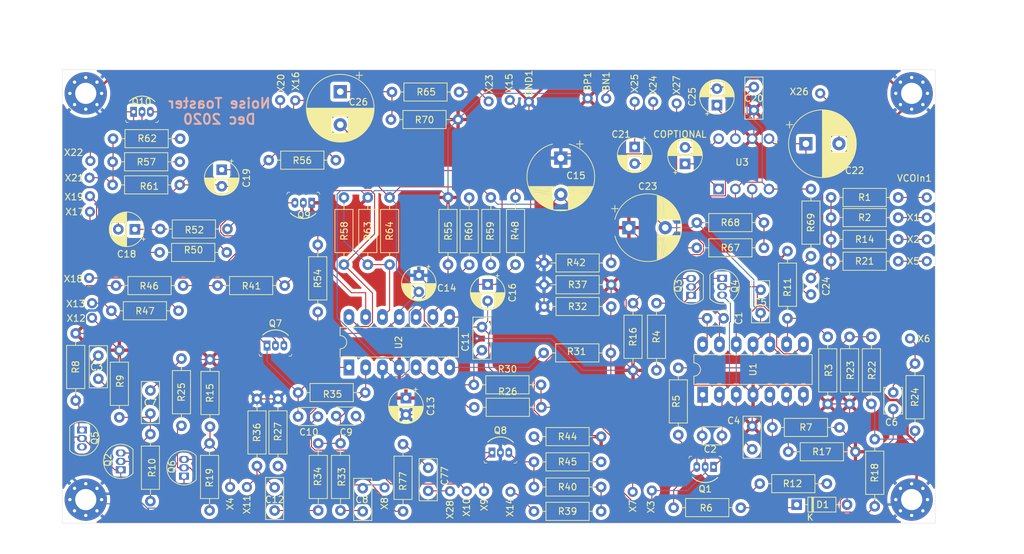
<source format=kicad_pcb>
(kicad_pcb (version 20221018) (generator pcbnew)
  (layers (0 "F.Cu" signal) (31 "B.Cu" signal) (34 "B.Paste" user) (35 "F.Paste" user) (36 "B.SilkS" user "B.Silkscreen") (37 "F.SilkS" user "F.Silkscreen") (38 "B.Mask" user) (39 "F.Mask" user) (44 "Edge.Cuts" user))
  (net 0 "")
  (net 1 "BN")
  (net 2 "BP")
  (net 3 "Net-(C1-Pad2)")
  (net 4 "Net-(C1-Pad1)")
  (net 5 "Net-(C2-Pad2)")
  (net 6 "Net-(C2-Pad1)")
  (net 7 "Net-(C3-Pad1)")
  (net 8 "Net-(C3-Pad2)")
  (net 9 "Net-(C4-Pad1)")
  (net 10 "Net-(C6-Pad2)")
  (net 11 "Net-(C6-Pad1)")
  (net 12 "Net-(C7-Pad1)")
  (net 13 "Net-(C7-Pad2)")
  (net 14 "Net-(C8-Pad1)")
  (net 15 "Net-(C8-Pad2)")
  (net 16 "Net-(C9-Pad2)")
  (net 17 "Net-(C9-Pad1)")
  (net 18 "Net-(C10-Pad2)")
  (net 19 "Net-(C10-Pad1)")
  (net 20 "Net-(C11-Pad1)")
  (net 21 "Net-(C12-Pad1)")
  (net 22 "Net-(C12-Pad2)")
  (net 23 "GND")
  (net 24 "Net-(C16-Pad1)")
  (net 25 "Net-(C18-Pad1)")
  (net 26 "Net-(C19-Pad1)")
  (net 27 "Net-(C21-Pad2)")
  (net 28 "Net-(C21-Pad1)")
  (net 29 "Net-(C22-Pad2)")
  (net 30 "Net-(C22-Pad1)")
  (net 31 "Net-(C24-Pad2)")
  (net 32 "Net-(C25-Pad1)")
  (net 33 "Net-(C26-Pad1)")
  (net 34 "Net-(COPTIONAL1-Pad2)")
  (net 35 "Net-(COPTIONAL1-Pad1)")
  (net 36 "Net-(D1-Pad2)")
  (net 37 "Net-(D1-Pad1)")
  (net 38 "Net-(Q1-Pad3)")
  (net 39 "Net-(Q3-Pad1)")
  (net 40 "Net-(Q6-Pad3)")
  (net 41 "Net-(Q6-Pad2)")
  (net 42 "Net-(Q7-Pad3)")
  (net 43 "Net-(Q7-Pad2)")
  (net 44 "Net-(Q8-Pad3)")
  (net 45 "Net-(Q9-Pad3)")
  (net 46 "/attack_decay_generator/ARG")
  (net 47 "Net-(Q10-Pad1)")
  (net 48 "Net-(Q10-Pad2)")
  (net 49 "Net-(R2-Pad2)")
  (net 50 "Net-(R12-Pad1)")
  (net 51 "Net-(R14-Pad2)")
  (net 52 "Net-(R21-Pad2)")
  (net 53 "Net-(R26-Pad1)")
  (net 54 "Net-(R31-Pad2)")
  (net 55 "Net-(R31-Pad1)")
  (net 56 "Net-(R39-Pad2)")
  (net 57 "Net-(R39-Pad1)")
  (net 58 "Net-(R48-Pad1)")
  (net 59 "Net-(R50-Pad2)")
  (net 60 "Net-(R55-Pad1)")
  (net 61 "Net-(R56-Pad2)")
  (net 62 "Net-(R57-Pad2)")
  (net 63 "Net-(R58-Pad2)")
  (net 64 "Net-(R58-Pad1)")
  (net 65 "Net-(R65-Pad1)")
  (net 66 "Net-(R67-Pad2)")
  (net 67 "Net-(R67-Pad1)")
  (net 68 "Net-(C77-Pad1)")
  (net 69 "Net-(C77-Pad2)")
  (net 70 "Net-(R1-Pad2)")
  (net 71 "Net-(R1-Pad1)")
  (net 72 "Net-(Q5-Pad3)")
  (net 73 "Net-(Q3-Pad2)")
  (footprint "samz-kicad-library:pad" (layer "F.Cu") (at 198.396 68.228)
    (fp_text reference "BN1")
    (fp_text value "Pad-samz-symbol")
  )
  (footprint "samz-kicad-library:pad" (layer "F.Cu") (at 195.602 68.228 90)
    (fp_text reference "BP1")
    (fp_text value "Pad-samz-symbol")
  )
  (footprint "Capacitor_THT:C_Disc_D3.4mm_W2.1mm_P2.50mm" (layer "F.Cu") (at 216.176 101.502 180)
    (fp_text reference "C1")
    (fp_text value "100pF")
  )
  (footprint "samz-kicad-library:C_Disc_D4.7mm_W2.5mm_P3.00mm" (layer "F.Cu") (at 215.922 119.282 180)
    (fp_text reference "C2")
    (fp_text value "0.001uF")
  )
  (footprint "samz-kicad-library:C_Disc_D5.0mm_W2.5mm_P3.50mm" (layer "F.Cu") (at 121.561 110.646 90)
    (fp_text reference "C3")
    (fp_text value "0.1uF")
  )
  (footprint "samz-kicad-library:C_Disc_D5.0mm_W2.5mm_P3.50mm" (layer "F.Cu") (at 220.494 121.314 90)
    (fp_text reference "C4")
    (fp_text value "0.1uF")
  )
  (footprint "samz-kicad-library:C_Disc_D5.0mm_W2.5mm_P3.50mm" (layer "F.Cu") (at 221.764 97.184 -90)
    (fp_text reference "C5")
    (fp_text value "0.1uF")
  )
  (footprint "Capacitor_THT:C_Disc_D3.8mm_W2.6mm_P2.50mm" (layer "F.Cu") (at 241.83 115.218 90)
    (fp_text reference "C6")
    (fp_text value "0.01uF")
  )
  (footprint "samz-kicad-library:C_Disc_D5.0mm_W2.5mm_P3.50mm" (layer "F.Cu") (at 129.435 112.424 -90)
    (fp_text reference "C7")
    (fp_text value "0.1uF")
  )
  (footprint "samz-kicad-library:C_Disc_D5.0mm_W2.5mm_P3.50mm" (layer "F.Cu") (at 161.566 130.712 90)
    (fp_text reference "C8")
    (fp_text value "0.1uF")
  )
  (footprint "samz-kicad-library:C_Disc_D4.7mm_W2.5mm_P3.00mm" (layer "F.Cu") (at 160.55 116.2975 180)
    (fp_text reference "C9")
    (fp_text value "0.001uF")
  )
  (footprint "samz-kicad-library:C_Disc_D4.7mm_W2.5mm_P3.00mm" (layer "F.Cu") (at 151.787 116.361)
    (fp_text reference "C10")
    (fp_text value "0.001uF")
  )
  (footprint "samz-kicad-library:C_Disc_D5.0mm_W2.5mm_P3.50mm" (layer "F.Cu") (at 179.6 106.328 90)
    (fp_text reference "C11")
    (fp_text value "0.1uF")
  )
  (footprint "samz-kicad-library:C_Disc_D5.0mm_W2.5mm_P3.50mm" (layer "F.Cu") (at 148.231 130.585 90)
    (fp_text reference "C12")
    (fp_text value "0.1uF" hide)
  )
  (footprint "Capacitor_THT:CP_Radial_D5.0mm_P2.50mm" (layer "F.Cu") (at 168.1065 113.567 -90)
    (fp_text reference "C13")
    (fp_text value "10uF")
  )
  (footprint "Capacitor_THT:CP_Radial_D5.0mm_P2.50mm" (layer "F.Cu") (at 170.0496 94.9996 -90)
    (fp_text reference "C14")
    (fp_text value "10uF")
  )
  (footprint "samz-kicad-library:CP_Radial_D10.0mm_P5.50mm" (layer "F.Cu") (at 191.538 76.356 -90)
    (fp_text reference "C15")
    (fp_text value "470uF")
  )
  (footprint "Capacitor_THT:CP_Radial_D5.0mm_P2.50mm" (layer "F.Cu") (at 180.4636 96.3712 -90)
    (fp_text reference "C16")
    (fp_text value "1uF")
  )
  (footprint "Capacitor_THT:CP_Radial_D5.0mm_P2.50mm" (layer "F.Cu") (at 127.0855 88.04 180)
    (fp_text reference "C18")
    (fp_text value "4.7uF")
  )
  (footprint "Capacitor_THT:CP_Radial_D5.0mm_P2.50mm" (layer "F.Cu") (at 140.23 79.023 -90)
    (fp_text reference "C19")
    (fp_text value "1uF")
  )
  (footprint "samz-kicad-library:C_Disc_D5.0mm_W2.5mm_P3.50mm" (layer "F.Cu") (at 220.748 70.006 90)
    (fp_text reference "C20")
    (fp_text value "0.1uF")
  )
  (footprint "Capacitor_THT:CP_Radial_D5.0mm_P2.50mm" (layer "F.Cu") (at 202.714 75.594 -90)
    (fp_text reference "C21")
    (fp_text value "1uF")
  )
  (footprint "Capacitor_THT:CP_Radial_D10.0mm_P5.00mm" (layer "F.Cu") (at 228.622 75.086)
    (fp_text reference "C22")
    (fp_text value "220uF")
  )
  (footprint "samz-kicad-library:CP_Radial_D10.0mm_P5.50mm" (layer "F.Cu") (at 200.936 87.786)
    (fp_text reference "C23")
    (fp_text value "470uF")
  )
  (footprint "Capacitor_THT:C_Disc_D3.4mm_W2.1mm_P2.50mm" (layer "F.Cu") (at 229.384 95.406 -90)
    (fp_text reference "C24")
    (fp_text value "0.047uF")
  )
  (footprint "Capacitor_THT:CP_Radial_D5.0mm_P2.50mm" (layer "F.Cu") (at 215.16 69.244 90)
    (fp_text reference "C25")
    (fp_text value "10uF")
  )
  (footprint "Capacitor_THT:CP_Radial_D10.0mm_P5.00mm" (layer "F.Cu") (at 158.1624 67.212 -90)
    (fp_text reference "C26")
    (fp_text value "470uF")
  )
  (footprint "Capacitor_THT:CP_Radial_D5.0mm_P2.50mm" (layer "F.Cu") (at 210.334 78.134 90)
    (fp_text reference "COPTIONAL")
    (fp_text value "10uF")
  )
  (footprint "Diode_THT:D_DO-35_SOD27_P7.62mm_Horizontal" (layer "F.Cu") (at 227.225 129.696)
    (fp_text reference "D1")
    (fp_text value "1N914")
  )
  (footprint "digikey-footprints:TO-92-3" (layer "F.Cu") (at 214.652 123.981 180)
    (fp_text reference "Q1")
    (fp_text value "2N5457_NonStock")
  )
  (footprint "digikey-footprints:TO-92-3" (layer "F.Cu") (at 147.088 105.6295)
    (fp_text reference "Q7")
    (fp_text value "2N5457_NonStock")
  )
  (footprint "digikey-footprints:TO-92-3" (layer "F.Cu") (at 181.124 121.822)
    (fp_text reference "Q8")
    (fp_text value "2N5457_NonStock")
  )
  (footprint "digikey-footprints:TO-92-3" (layer "F.Cu") (at 153.8444 84.0268 180)
    (fp_text reference "Q9")
    (fp_text value "2N5457_NonStock")
  )
  (footprint "digikey-footprints:TO-92-3" (layer "F.Cu") (at 126.895 70.26)
    (fp_text reference "Q10")
    (fp_text value "2N3906")
  )
  (footprint "Resistor_THT:R_Axial_DIN0207_L6.3mm_D2.5mm_P10.16mm_Horizontal" (layer "F.Cu") (at 232.432 86.262)
    (fp_text reference "R2")
    (fp_text value "75K")
  )
  (footprint "Resistor_THT:R_Axial_DIN0207_L6.3mm_D2.5mm_P10.16mm_Horizontal" (layer "F.Cu") (at 231.924 114.456 90)
    (fp_text reference "R3")
    (fp_text value "270K")
  )
  (footprint "Resistor_THT:R_Axial_DIN0207_L6.3mm_D2.5mm_P10.16mm_Horizontal" (layer "F.Cu") (at 206.016 99.216 -90)
    (fp_text reference "R4")
    (fp_text value "10K")
  )
  (footprint "Resistor_THT:R_Axial_DIN0207_L6.3mm_D2.5mm_P10.16mm_Horizontal" (layer "F.Cu") (at 209.318 119.155 90)
    (fp_text reference "R5")
    (fp_text value "2M")
  )
  (footprint "Resistor_THT:R_Axial_DIN0207_L6.3mm_D2.5mm_P10.16mm_Horizontal" (layer "F.Cu") (at 218.7668 130.1532 180)
    (fp_text reference "R6")
    (fp_text value "10K")
  )
  (footprint "Resistor_THT:R_Axial_DIN0207_L6.3mm_D2.5mm_P10.16mm_Horizontal" (layer "F.Cu") (at 233.702 118.012 180)
    (fp_text reference "R7")
    (fp_text value "300K")
  )
  (footprint "Resistor_THT:R_Axial_DIN0207_L6.3mm_D2.5mm_P10.16mm_Horizontal" (layer "F.Cu") (at 118.132 103.788 -90)
    (fp_text reference "R8")
    (fp_text value "1M")
  )
  (footprint "Resistor_THT:R_Axial_DIN0207_L6.3mm_D2.5mm_P10.16mm_Horizontal" (layer "F.Cu") (at 124.736 116.488 90)
    (fp_text reference "R9")
    (fp_text value "10K")
  )
  (footprint "Resistor_THT:R_Axial_DIN0207_L6.3mm_D2.5mm_P10.16mm_Horizontal" (layer "F.Cu") (at 129.435 119.028 -90)
    (fp_text reference "R10")
    (fp_text value "470K" hide)
  )
  (footprint "Resistor_THT:R_Axial_DIN0207_L6.3mm_D2.5mm_P10.16mm_Horizontal" (layer "F.Cu") (at 225.828 91.342 -90)
    (fp_text reference "R11")
    (fp_text value "2K")
  )
  (footprint "Resistor_THT:R_Axial_DIN0207_L6.3mm_D2.5mm_P10.16mm_Horizontal" (layer "F.Cu") (at 231.797 126.521 180)
    (fp_text reference "R12")
    (fp_text value "10K")
  )
  (footprint "Resistor_THT:R_Axial_DIN0207_L6.3mm_D2.5mm_P10.16mm_Horizontal" (layer "F.Cu") (at 232.432 89.564)
    (fp_text reference "R14")
    (fp_text value "100K")
  )
  (footprint "Resistor_THT:R_Axial_DIN0207_L6.3mm_D2.5mm_P10.16mm_Horizontal" (layer "F.Cu") (at 138.452 107.725 -90)
    (fp_text reference "R15")
    (fp_text value "10K")
  )
  (footprint "Resistor_THT:R_Axial_DIN0207_L6.3mm_D2.5mm_P10.16mm_Horizontal" (layer "F.Cu") (at 202.46 99.216 -90)
    (fp_text reference "R16")
    (fp_text value "2M")
  )
  (footprint "Resistor_THT:R_Axial_DIN0207_L6.3mm_D2.5mm_P10.16mm_Horizontal" (layer "F.Cu") (at 225.955 121.695)
    (fp_text reference "R17")
    (fp_text value "10K")
  )
  (footprint "Resistor_THT:R_Axial_DIN0207_L6.3mm_D2.5mm_P10.16mm_Horizontal" (layer "F.Cu") (at 239.036 119.79 -90)
    (fp_text reference "R18")
    (fp_text value "15K")
  )
  (footprint "Resistor_THT:R_Axial_DIN0207_L6.3mm_D2.5mm_P10.16mm_Horizontal" (layer "F.Cu") (at 138.3885 120.425 -90)
    (fp_text reference "R19")
    (fp_text value "470K" hide)
  )
  (footprint "Resistor_THT:R_Axial_DIN0207_L6.3mm_D2.5mm_P10.16mm_Horizontal" (layer "F.Cu") (at 232.432 92.866)
    (fp_text reference "R21")
    (fp_text value "36K")
  )
  (footprint "Resistor_THT:R_Axial_DIN0207_L6.3mm_D2.5mm_P10.16mm_Horizontal" (layer "F.Cu") (at 238.528 114.456 90)
    (fp_text reference "R22")
    (fp_text value "4.7K")
  )
  (footprint "Resistor_THT:R_Axial_DIN0207_L6.3mm_D2.5mm_P10.16mm_Horizontal" (layer "F.Cu") (at 235.226 114.456 90)
    (fp_text reference "R23")
    (fp_text value "4.7K")
  )
  (footprint "Resistor_THT:R_Axial_DIN0207_L6.3mm_D2.5mm_P10.16mm_Horizontal" (layer "F.Cu") (at 245.132 118.52 90)
    (fp_text reference "R24")
    (fp_text value "100K")
  )
  (footprint "Resistor_THT:R_Axial_DIN0207_L6.3mm_D2.5mm_P10.16mm_Horizontal" (layer "F.Cu") (at 134.134 107.598 -90)
    (fp_text reference "R25")
    (fp_text value "100K")
  )
  (footprint "Resistor_THT:R_Axial_DIN0207_L6.3mm_D2.5mm_P10.16mm_Horizontal" (layer "F.Cu") (at 178.4316 114.964)
    (fp_text reference "R26")
    (fp_text value "10K")
  )
  (footprint "Resistor_THT:R_Axial_DIN0207_L6.3mm_D2.5mm_P10.16mm_Horizontal" (layer "F.Cu") (at 148.739 113.694 -90)
    (fp_text reference "R27")
    (fp_text value "47K")
  )
  (footprint "Resistor_THT:R_Axial_DIN0207_L6.3mm_D2.5mm_P10.16mm_Horizontal" (layer "F.Cu") (at 178.3808 111.5604)
    (fp_text reference "R30")
    (fp_text value "2M")
  )
  (footprint "Resistor_THT:R_Axial_DIN0207_L6.3mm_D2.5mm_P10.16mm_Horizontal" (layer "F.Cu") (at 199.1072 106.7344 180)
    (fp_text reference "R31")
    (fp_text value "100K")
  )
  (footprint "Resistor_THT:R_Axial_DIN0207_L6.3mm_D2.5mm_P10.16mm_Horizontal" (layer "F.Cu") (at 188.998 99.724)
    (fp_text reference "R32")
    (fp_text value "10K")
  )
  (footprint "Resistor_THT:R_Axial_DIN0207_L6.3mm_D2.5mm_P10.16mm_Horizontal" (layer "F.Cu") (at 158.2005 120.425 -90)
    (fp_text reference "R33")
    (fp_text value "4.7M")
  )
  (footprint "Resistor_THT:R_Axial_DIN0207_L6.3mm_D2.5mm_P10.16mm_Horizontal" (layer "F.Cu") (at 154.835 120.425 -90)
    (fp_text reference "R34")
    (fp_text value "3M")
  )
  (footprint "Resistor_THT:R_Axial_DIN0207_L6.3mm_D2.5mm_P10.16mm_Horizontal" (layer "F.Cu") (at 151.787 112.7415)
    (fp_text reference "R35")
    (fp_text value "4.7M")
  )
  (footprint "Resistor_THT:R_Axial_DIN0207_L6.3mm_D2.5mm_P10.16mm_Horizontal" (layer "F.Cu") (at 145.564 113.694 -90)
    (fp_text reference "R36")
    (fp_text value "47K")
  )
  (footprint "Resistor_THT:R_Axial_DIN0207_L6.3mm_D2.5mm_P10.16mm_Horizontal" (layer "F.Cu") (at 199.158 96.422 180)
    (fp_text reference "R37")
    (fp_text value "4.7K")
  )
  (footprint "Resistor_THT:R_Axial_DIN0207_L6.3mm_D2.5mm_P10.16mm_Horizontal" (layer "F.Cu") (at 197.634 130.712 180)
    (fp_text reference "R39")
    (fp_text value "39K")
  )
  (footprint "Resistor_THT:R_Axial_DIN0207_L6.3mm_D2.5mm_P10.16mm_Horizontal" (layer "F.Cu") (at 187.474 127.029)
    (fp_text reference "R40")
    (fp_text value "39K")
  )
  (footprint "Resistor_THT:R_Axial_DIN0207_L6.3mm_D2.5mm_P10.16mm_Horizontal" (layer "F.Cu") (at 149.755 96.549 180)
    (fp_text reference "R41")
    (fp_text value "470K")
  )
  (footprint "Resistor_THT:R_Axial_DIN0207_L6.3mm_D2.5mm_P10.16mm_Horizontal" (layer "F.Cu") (at 199.158 93.12 180)
    (fp_text reference "R42")
    (fp_text value "4.7K")
  )
  (footprint "Resistor_THT:R_Axial_DIN0207_L6.3mm_D2.5mm_P10.16mm_Horizontal" (layer "F.Cu") (at 187.474 119.409)
    (fp_text reference "R44")
    (fp_text value "100K")
  )
  (footprint "Resistor_THT:R_Axial_DIN0207_L6.3mm_D2.5mm_P10.16mm_Horizontal" (layer "F.Cu") (at 187.474 123.219)
    (fp_text reference "R45")
    (fp_text value "100K")
  )
  (footprint "Resistor_THT:R_Axial_DIN0207_L6.3mm_D2.5mm_P10.16mm_Horizontal" (layer "F.Cu") (at 124.228 96.549)
    (fp_text reference "R46")
    (fp_text value "1M")
  )
  (footprint "Resistor_THT:R_Axial_DIN0207_L6.3mm_D2.5mm_P10.16mm_Horizontal" (layer "F.Cu") (at 133.6895 100.359 180)
    (fp_text reference "R47")
    (fp_text value "100K")
  )
  (footprint "Resistor_THT:R_Axial_DIN0207_L6.3mm_D2.5mm_P10.16mm_Horizontal" (layer "F.Cu") (at 184.68 83.214 -90)
    (fp_text reference "R48")
    (fp_text value "3K")
  )
  (footprint "Resistor_THT:R_Axial_DIN0207_L6.3mm_D2.5mm_P10.16mm_Horizontal" (layer "F.Cu") (at 140.992 91.5325 180)
    (fp_text reference "R50")
    (fp_text value "820")
  )
  (footprint "Resistor_THT:R_Axial_DIN0207_L6.3mm_D2.5mm_P10.16mm_Horizontal" (layer "F.Cu") (at 141.0936 87.9892 180)
    (fp_text reference "R52")
    (fp_text value "10K")
  )
  (footprint "Resistor_THT:R_Axial_DIN0207_L6.3mm_D2.5mm_P10.16mm_Horizontal" (layer "F.Cu") (at 154.7588 100.5368 90)
    (fp_text reference "R54")
    (fp_text value "4.7K")
  )
  (footprint "Resistor_THT:R_Axial_DIN0207_L6.3mm_D2.5mm_P10.16mm_Horizontal" (layer "F.Cu") (at 174.4692 93.374 90)
    (fp_text reference "R55")
    (fp_text value "100K")
  )
  (footprint "Resistor_THT:R_Axial_DIN0207_L6.3mm_D2.5mm_P10.16mm_Horizontal" (layer "F.Cu") (at 147.342 77.5752)
    (fp_text reference "R56")
    (fp_text value "75K")
  )
  (footprint "Resistor_THT:R_Axial_DIN0207_L6.3mm_D2.5mm_P10.16mm_Horizontal" (layer "F.Cu") (at 133.88 77.8165 180)
    (fp_text reference "R57")
    (fp_text value "200")
  )
  (footprint "Resistor_THT:R_Axial_DIN0207_L6.3mm_D2.5mm_P10.16mm_Horizontal" (layer "F.Cu") (at 158.7212 93.374 90)
    (fp_text reference "R58")
    (fp_text value "100K")
  )
  (footprint "Resistor_THT:R_Axial_DIN0207_L6.3mm_D2.5mm_P10.16mm_Horizontal" (layer "F.Cu") (at 180.9462 93.374 90)
    (fp_text reference "R59")
    (fp_text value "100K")
  )
  (footprint "Resistor_THT:R_Axial_DIN0207_L6.3mm_D2.5mm_P10.16mm_Horizontal" (layer "F.Cu") (at 177.67468 93.40194 90)
    (fp_text reference "R60")
    (fp_text value "100K")
  )
  (footprint "Resistor_THT:R_Axial_DIN0207_L6.3mm_D2.5mm_P10.16mm_Horizontal" (layer "F.Cu") (at 123.72 81.309)
    (fp_text reference "R61")
    (fp_text value "10K")
  )
  (footprint "Resistor_THT:R_Axial_DIN0207_L6.3mm_D2.5mm_P10.16mm_Horizontal" (layer "F.Cu") (at 133.9435 74.324 180)
    (fp_text reference "R62")
    (fp_text value "10K")
  )
  (footprint "Resistor_THT:R_Axial_DIN0207_L6.3mm_D2.5mm_P10.16mm_Horizontal" (layer "F.Cu") (at 162.328 83.214 -90)
    (fp_text reference "R63")
    (fp_text value "150K")
  )
  (footprint "Resistor_THT:R_Axial_DIN0207_L6.3mm_D2.5mm_P10.16mm_Horizontal" (layer "F.Cu") (at 165.63 83.214 -90)
    (fp_text reference "R64")
    (fp_text value "150K")
  )
  (footprint "Resistor_THT:R_Axial_DIN0207_L6.3mm_D2.5mm_P10.16mm_Horizontal" (layer "F.Cu") (at 176.1456 67.2628 180)
    (fp_text reference "R65")
    (fp_text value "3K")
  )
  (footprint "Resistor_THT:R_Axial_DIN0207_L6.3mm_D2.5mm_P10.16mm_Horizontal" (layer "F.Cu") (at 229.384 92.104 90)
    (fp_text reference "R69")
    (fp_text value "10")
  )
  (footprint "Resistor_THT:R_Axial_DIN0207_L6.3mm_D2.5mm_P10.16mm_Horizontal" (layer "F.Cu") (at 165.8332 71.4284)
    (fp_text reference "R70")
    (fp_text value "3K")
  )
  (footprint "Package_DIP:DIP-14_W7.62mm_LongPads" (layer "F.Cu") (at 213.001 113.059 90)
    (fp_text reference "U1")
    (fp_text value "LM324")
  )
  (footprint "Package_DIP:DIP-14_W7.62mm_LongPads" (layer "F.Cu") (at 159.4705 108.9315 90)
    (fp_text reference "U2")
    (fp_text value "LM324")
  )
  (footprint "samz-kicad-library:pad" (layer "F.Cu") (at 246.91 86.262)
    (fp_text reference "X1")
    (fp_text value "Pad")
  )
  (footprint "samz-kicad-library:pad" (layer "F.Cu") (at 246.91 89.564)
    (fp_text reference "X2")
    (fp_text value "Pad")
  )
  (footprint "samz-kicad-library:pad" (layer "F.Cu") (at 205.3048 127.5624 90)
    (fp_text reference "X3")
    (fp_text value "Pad")
  )
  (footprint "samz-kicad-library:pad" (layer "F.Cu") (at 141.5 127.029 90)
    (fp_text reference "X4")
    (fp_text value "Pad")
  )
  (footprint "samz-kicad-library:pad" (layer "F.Cu") (at 246.91 92.866)
    (fp_text reference "X5")
    (fp_text value "Pad")
  )
  (footprint "samz-kicad-library:pad" (layer "F.Cu") (at 244.37 104.55)
    (fp_text reference "X6")
    (fp_text value "Pad")
  )
  (footprint "samz-kicad-library:pad" (layer "F.Cu") (at 202.4092 127.7656 90)
    (fp_text reference "X7")
    (fp_text value "Pad")
  )
  (footprint "samz-kicad-library:pad" (layer "F.Cu") (at 164.868 127.0925 -90)
    (fp_text reference "X8")
    (fp_text value "Pad")
  )
  (footprint "samz-kicad-library:pad" (layer "F.Cu") (at 179.9175 127.664 90)
    (fp_text reference "X9")
    (fp_text value "Pad")
  )
  (footprint "samz-kicad-library:pad" (layer "F.Cu") (at 177.314 127.664 90)
    (fp_text reference "X10")
    (fp_text value "Pad")
  )
  (footprint "samz-kicad-library:pad" (layer "F.Cu") (at 144.04 127.029 90)
    (fp_text reference "X11")
    (fp_text value "Pad" hide)
  )
  (footprint "samz-kicad-library:pad" (layer "F.Cu") (at 120.6085 101.4385)
    (fp_text reference "X12")
    (fp_text value "Pad")
  )
  (footprint "samz-kicad-library:pad" (layer "F.Cu") (at 120.6085 99.216)
    (fp_text reference "X13")
    (fp_text value "Pad")
  )
  (footprint "samz-kicad-library:pad" (layer "F.Cu") (at 183.918 127.7402 90)
    (fp_text reference "X14")
    (fp_text value "Pad")
  )
  (footprint "samz-kicad-library:pad" (layer "F.Cu") (at 183.8164 68.482)
    (fp_text reference "X15")
    (fp_text value "Pad")
  )
  (footprint "samz-kicad-library:pad" (layer "F.Cu") (at 151.3552 68.5328)
    (fp_text reference "X16")
    (fp_text value "Pad")
  )
  (footprint "samz-kicad-library:pad" (layer "F.Cu") (at 120.291 85.373)
    (fp_text reference "X17")
    (fp_text value "Pad")
  )
  (footprint "samz-kicad-library:pad" (layer "F.Cu") (at 120.164 95.406)
    (fp_text reference "X18")
    (fp_text value "Pad")
  )
  (footprint "samz-kicad-library:pad" (layer "F.Cu") (at 120.291 83.0235)
    (fp_text reference "X19")
    (fp_text value "Pad")
  )
  (footprint "samz-kicad-library:pad" (layer "F.Cu") (at 120.2275 80.2295)
    (fp_text reference "X21")
    (fp_text value "Pad")
  )
  (footprint "samz-kicad-library:pad" (layer "F.Cu") (at 120.3545 77.6895)
    (fp_text reference "X22")
    (fp_text value "Pad")
  )
  (footprint "samz-kicad-library:pad" (layer "F.Cu") (at 180.616 68.6852)
    (fp_text reference "X23")
    (fp_text value "Pad")
  )
  (footprint "samz-kicad-library:pad" (layer "F.Cu") (at 205.508 68.736 -90)
    (fp_text reference "X24")
    (fp_text value "Pad")
  )
  (footprint "samz-kicad-library:pad" (layer "F.Cu") (at 202.714 68.736 -90)
    (fp_text reference "X25")
    (fp_text value "Pad")
  )
  (footprint "samz-kicad-library:pad" (layer "F.Cu") (at 230.781 67.466)
    (fp_text reference "X26")
    (fp_text value "Pad")
  )
  (footprint "samz-kicad-library:pad" (layer "F.Cu") (at 209.064 68.99)
    (fp_text reference "X27")
    (fp_text value "Pad")
  )
  (footprint "MountingHole:MountingHole_3.2mm_M3_Pad_Via" (layer "F.Cu") (at 119.656 128.934)
    (fp_text reference "REF**" hide)
    (fp_text value "MountingHole_3.2mm_M3_Pad_Via")
  )
  (footprint "MountingHole:MountingHole_3.2mm_M3_Pad_Via" (layer "F.Cu") (at 119.656 67.466)
    (fp_text reference "REF**" hide)
    (fp_text value "MountingHole_3.2mm_M3_Pad_Via")
  )
  (footprint "MountingHole:MountingHole_3.2mm_M3_Pad_Via" (layer "F.Cu") (at 244.624 67.466)
    (fp_text reference "REF**" hide)
    (fp_text value "MountingHole_3.2mm_M3_Pad_Via")
  )
  (footprint "MountingHole:MountingHole_3.2mm_M3_Pad_Via" (layer "F.Cu") (at 244.624 128.934)
    (fp_text reference "REF**" hide)
    (fp_text value "MountingHole_3.2mm_M3_Pad_Via")
  )
  (footprint "samz-kicad-library:pad" (layer "F.Cu") (at 149.0692 68.482)
    (fp_text reference "X20")
    (fp_text value "Pad")
  )
  (footprint "samz-kicad-library:pad" (layer "F.Cu") (at 186.712 68.736)
    (fp_text reference "GND1")
    (fp_text value "Pad")
  )
  (footprint "Resistor_THT:R_Axial_DIN0207_L6.3mm_D2.5mm_P10.16mm_Horizontal" (layer "F.Cu") (at 222.272 90.834 180)
    (fp_text reference "R67")
    (fp_text value "100K")
  )
  (footprint "Resistor_THT:R_Axial_DIN0207_L6.3mm_D2.5mm_P10.16mm_Horizontal" (layer "F.Cu") (at 222.272 87.024 180)
    (fp_text reference "R68")
    (fp_text value "20K")
  )
  (footprint "digikey-footprints:DIP-8_W7.62mm" (layer "F.Cu") (at 215.414 81.944 90)
    (fp_text reference "U3")
    (fp_text value "LM386N-4_NOPB")
  )
  (footprint "samz-kicad-library:C_Disc_D5.0mm_W2.5mm_P3.50mm" (layer "F.Cu") (at 171.472 124.108 -90)
    (fp_text reference "C77")
    (fp_text value "0.1uF")
  )
  (footprint "Resistor_THT:R_Axial_DIN0207_L6.3mm_D2.5mm_P10.16mm_Horizontal" (layer "F.Cu") (at 232.432 83.214)
    (fp_text reference "R1")
    (fp_text value "100K")
  )
  (footprint "Resistor_THT:R_Axial_DIN0207_L6.3mm_D2.5mm_P10.16mm_Horizontal" (layer "F.Cu") (at 167.662 130.712 90)
    (fp_text reference "R77")
    (fp_text value "1M")
  )
  (footprint "samz-kicad-library:pad" (layer "F.Cu") (at 246.91 83.214)
    (fp_text reference "VCOIn1")
    (fp_text value "Pad")
  )
  (footprint "samz-kicad-library:pad" (layer "F.Cu") (at 174.774 127.664)
    (fp_text reference "X28")
    (fp_text value "Pad")
  )
  (footprint "Package_TO_SOT_THT:TO-92_Inline" (layer "F.Cu") (at 119.08 118.41 -90)
    (fp_text reference "Q5")
    (fp_text value "2N3904")
  )
  (footprint "Package_TO_SOT_THT:TO-92_Inline" (layer "F.Cu") (at 211.25 98.02 90)
    (fp_text reference "Q3")
    (fp_text value "2N3904")
  )
  (footprint "Package_TO_SOT_THT:TO-92_Inline" (layer "F.Cu") (at 215.94 95.45 -90)
    (fp_text reference "Q4")
    (fp_text value "2N3904")
  )
  (footprint "Package_TO_SOT_THT:TO-92_Inline" (layer "F.Cu") (at 134.52 125.39 90)
    (fp_text reference "Q6")
    (fp_text value "2N3904")
  )
  (footprint "Package_TO_SOT_THT:TO-92_Inline" (layer "F.Cu") (at 124.95 124.42 90)
    (fp_text reference "Q2")
    (fp_text value "2N3904")
  )
  (gr_line (start 116.1 132.49) (end 248.18 132.49) (stroke (width 0.05)) (layer "Edge.Cuts"))
  (gr_line (start 116.1 63.91) (end 248.18 63.91) (stroke (width 0.05)) (layer "Edge.Cuts"))
  (gr_line (start 116.1 63.91) (end 116.1 132.49) (stroke (width 0.05)) (layer "Edge.Cuts"))
  (gr_line (start 248.18 63.91) (end 248.18 132.49) (stroke (width 0.05)) (layer "Edge.Cuts"))
  (gr_text "Noise Toaster\nDec 2020" (at 139.8744 70.1838) (layer "B.SilkS") (effects (font (size 1.5 1.5) (thickness 0.3)) (justify mirror)))
  (segment (start 116.735 97.36891) (end 118.259 95.84491) (width 0.1524) (layer "F.Cu") (net 1))
  (segment (start 164.614 103.788) (end 167.0905 101.3115) (width 0.1524) (layer "F.Cu") (net 1))
  (segment (start 198.396 68.228) (end 198.396 67.466) (width 0.1524) (layer "F.Cu") (net 1))
  (segment (start 232.90839 111.63039) (end 229.765 108.487) (width 0.1524) (layer "F.Cu") (net 1))
  (segment (start 215.16 66.744) (end 199.118 66.744) (width 0.1524) (layer "F.Cu") (net 1))
  (segment (start 137.2328 74.9336) (end 132.5592 70.26) (width 0.1524) (layer "F.Cu") (net 1))
  (segment (start 220.621 108.487) (end 220.621 105.439) (width 0.1524) (layer "F.Cu") (net 1))
  (segment (start 121.7388 81.7408) (end 124.5855 84.5875) (width 0.1524) (layer "F.Cu") (net 1))
  (segment (start 180.628601 103.856601) (end 179.6 102.828) (width 0.1524) (layer "F.Cu") (net 1))
  (segment (start 178.0708 102.828) (end 177.1108 103.788) (width 0.1524) (layer "F.Cu") (net 1))
  (segment (start 164.5124 103.788) (end 164.614 103.788) (width 0.1524) (layer "F.Cu") (net 1))
  (segment (start 124.5855 84.5875) (end 124.5855 88.04) (width 0.1524) (layer "F.Cu") (net 1))
  (segment (start 117.41 119.47) (end 116.735 118.795) (width 0.1524) (layer "F.Cu") (net 1))
  (segment (start 119.783 96.549) (end 124.228 96.549) (width 0.1524) (layer "F.Cu") (net 1))
  (segment (start 134.52 126.92) (end 130.74 130.7) (width 0.1524) (layer "F.Cu") (net 1))
  (segment (start 199.158 90.58) (end 191.334 82.756) (width 0.1524) (layer "F.Cu") (net 1))
  (segment (start 132.5592 70.26) (end 129.435 70.26) (width 0.1524) (layer "F.Cu") (net 1))
  (segment (start 199.158 93.12) (end 199.158 90.58) (width 0.1524) (layer "F.Cu") (net 1))
  (segment (start 137.2328 77.9562) (end 137.2328 74.9336) (width 0.1524) (layer "F.Cu") (net 1))
  (segment (start 130.6015 84.5875) (end 133.88 81.309) (width 0.1524) (layer "F.Cu") (net 1))
  (segment (start 179.346 81.6138) (end 167.2302 81.6138) (width 0.1524) (layer "F.Cu") (net 1))
  (segment (start 140.016 81.309) (end 140.23 81.523) (width 0.1524) (layer "F.Cu") (net 1))
  (segment (start 197.634 123.219) (end 194.893204 123.219) (width 0.1524) (layer "F.Cu") (net 1))
  (segment (start 217.954 81.944) (end 217.954 83.722) (width 0.1524) (layer "F.Cu") (net 1))
  (segment (start 222.005399 80.915399) (end 218.982601 80.915399) (width 0.1524) (layer "F.Cu") (net 1))
  (segment (start 140.23 81.523) (end 156.8562 81.523) (width 0.1524) (layer "F.Cu") (net 1))
  (segment (start 229.384 81.944) (end 223.034 81.944) (width 0.1524) (layer "F.Cu") (net 1))
  (segment (start 203.526 83.976) (end 207.336 87.786) (width 0.1524) (layer "F.Cu") (net 1))
  (segment (start 154.7588 100.5368) (end 154.7588 103.788) (width 0.1524) (layer "F.Cu") (net 1))
  (segment (start 235.70239 111.63039) (end 232.90839 111.63039) (width 0.1524) (layer "F.Cu") (net 1))
  (segment (start 118.259 82.6552) (end 119.1734 81.7408) (width 0.1524) (layer "F.Cu") (net 1))
  (segment (start 130.74 130.7) (end 129.42467 130.7) (width 0.1524) (layer "F.Cu") (net 1))
  (segment (start 217.954 83.722) (end 214.652 87.024) (width 0.1524) (layer "F.Cu") (net 1))
  (segment (start 180.628601 108.954397) (end 180.628601 103.856601) (width 0.1524) (layer "F.Cu") (net 1))
  (segment (start 119.0976 119.47) (end 118.61 119.47) (width 0.1524) (layer "F.Cu") (net 1))
  (segment (start 199.158 90.58) (end 199.158 86.008) (width 0.1524) (layer "F.Cu") (net 1))
  (segment (start 134.52 125.39) (end 134.52 126.92) (width 0.1524) (layer "F.Cu") (net 1))
  (segment (start 177.1108 103.788) (end 164.5124 103.788) (width 0.1524) (layer "F.Cu") (net 1))
  (segment (start 191.334 82.756) (end 191.03 82.756) (width 0.1524) (layer "F.Cu") (net 1))
  (segment (start 201.19 83.976) (end 203.526 83.976) (width 0.1524) (layer "F.Cu") (net 1))
  (segment (start 133.88 81.309) (end 137.2328 77.9562) (width 0.1524) (layer "F.Cu") (net 1))
  (segment (start 124.95 124.42) (end 124.0476 124.42) (width 0.1524) (layer "F.Cu") (net 1))
  (segment (start 221.764 100.684) (end 221.764 104.296) (width 0.1524) (layer "F.Cu") (net 1))
  (segment (start 167.2302 81.6138) (end 165.63 83.214) (width 0.1524) (layer "F.Cu") (net 1))
  (segment (start 223.034 81.944) (end 222.005399 80.915399) (width 0.1524) (layer "F.Cu") (net 1))
  (segment (start 180.9462 83.214) (end 179.346 81.6138) (width 0.1524) (layer "F.Cu") (net 1))
  (segment (start 229.765 108.487) (end 220.621 108.487) (width 0.1524) (layer "F.Cu") (net 1))
  (segment (start 214.652 87.024) (end 212.112 87.024) (width 0.1524) (layer "F.Cu") (net 1))
  (segment (start 215.398 66.506) (end 215.16 66.744) (width 0.1524) (layer "F.Cu") (net 1))
  (segment (start 165.63 83.214) (end 161.632801 79.216801) (width 0.1524) (layer "F.Cu") (net 1))
  (segment (start 220.621 108.487) (end 220.113 108.995) (width 0.1524) (layer "F.Cu") (net 1))
  (segment (start 220.748 66.506) (end 215.398 66.506) (width 0.1524) (layer "F.Cu") (net 1))
  (segment (start 124.95 126.22533) (end 124.95 124.42) (width 0.1524) (layer "F.Cu") (net 1))
  (segment (start 156.8562 81.523) (end 159.162399 79.216801) (width 0.1524) (layer "F.Cu") (net 1))
  (segment (start 198.396 67.466) (end 199.118 66.744) (width 0.1524) (layer "F.Cu") (net 1))
  (segment (start 129.8795 96.549) (end 133.6895 100.359) (width 0.1524) (layer "F.Cu") (net 1))
  (segment (start 238.528 114.456) (end 235.70239 111.63039) (width 0.1524) (layer "F.Cu") (net 1))
  (segment (start 133.88 81.309) (end 140.016 81.309) (width 0.1524) (layer "F.Cu") (net 1))
  (segment (start 124.5855 84.5875) (end 130.6015 84.5875) (width 0.1524) (layer "F.Cu") (net 1))
  (segment (start 218.982601 80.915399) (end 217.954 81.944) (width 0.1524) (layer "F.Cu") (net 1))
  (segment (start 116.735 118.795) (end 116.735 99.597) (width 0.1524) (layer "F.Cu") (net 1))
  (segment (start 116.735 99.597) (end 116.735 97.36891) (width 0.1524) (layer "F.Cu") (net 1))
  (segment (start 124.0476 124.42) (end 119.0976 119.47) (width 0.1524) (layer "F.Cu") (net 1))
  (segment (start 116.735 99.597) (end 119.783 96.549) (width 0.1524) (layer "F.Cu") (net 1))
  (segment (start 124.228 96.549) (end 129.8795 96.549) (width 0.1524) (layer "F.Cu") (net 1))
  (segment (start 119.1734 81.7408) (end 121.7388 81.7408) (width 0.1524) (layer "F.Cu") (net 1))
  (segment (start 129.42467 130.7) (end 124.95 126.22533) (width 0.1524) (layer "F.Cu") (net 1))
  (segment (start 159.162399 73.211999) (end 158.1624 72.212) (width 0.1524) (layer "F.Cu") (net 1))
  (segment (start 221.764 104.296) (end 220.621 105.439) (width 0.1524) (layer "F.Cu") (net 1))
  (segment (start 220.113 108.995) (end 208.683 108.995) (width 0.1524) (layer "F.Cu") (net 1))
  (segment (start 199.158 86.008) (end 201.19 83.976) (width 0.1524) (layer "F.Cu") (net 1))
  (segment (start 161.632801 79.216801) (end 159.162399 79.216801) (width 0.1524) (layer "F.Cu") (net 1))
  (segment (start 154.7588 103.788) (end 164.5124 103.788) (width 0.1524) (layer "F.Cu") (net 1))
  (segment (start 118.61 119.47) (end 117.41 119.47) (width 0.1524) (layer "F.Cu") (net 1))
  (segment (start 194.893204 123.219) (end 180.628601 108.954397) (width 0.1524) (layer "F.Cu") (net 1))
  (segment (start 179.6 102.828) (end 178.0708 102.828) (width 0.1524) (layer "F.Cu") (net 1))
  (segment (start 159.162399 79.216801) (end 159.162399 73.211999) (width 0.1524) (layer "F.Cu") (net 1))
  (segment (start 118.259 95.84491) (end 118.259 82.6552) (width 0.1524) (layer "F.Cu") (net 1))
  (segment (start 211.35 87.786) (end 212.112 87.024) (width 0.1524) (layer "B.Cu") (net 1))
  (segment (start 239.036 119.79) (end 239.036 114.964) (width 0.1524) (layer "B.Cu") (net 1))
  (segment (start 167.0905 100.4587) (end 167.0905 101.3115) (width 0.1524) (layer "B.Cu") (net 1))
  (segment (start 180.9462 83.214) (end 181.974801 84.242601) (width 0.1524) (layer "B.Cu") (net 1))
  (segment (start 190.051399 84.242601) (end 191.538 82.756) (width 0.1524) (layer "B.Cu") (net 1))
  (segment (start 207.336 87.786) (end 211.35 87.786) (width 0.1524) (layer "B.Cu") (net 1))
  (segment (start 245.132 119.4598) (end 245.132 118.52) (width 0.1524) (layer "B.Cu") (net 1))
  (segment (start 220.748 66.506) (end 219.719399 67.534601) (width 0.1524) (layer "B.Cu") (net 1))
  (segment (start 244.8018 119.79) (end 245.132 119.4598) (width 0.1524) (layer "B.Cu") (net 1))
  (segment (start 166.658601 84.242601) (end 165.63 83.214) (width 0.1524) (layer "B.Cu") (net 1))
  (segment (start 180.4636 98.8712) (end 180.4636 101.9644) (width 0.1524) (layer "B.Cu") (net 1))
  (segment (start 166.658601 94.108601) (end 166.658601 84.242601) (width 0.1524) (layer "B.Cu") (net 1))
  (segment (start 221.764 100.684) (end 220.735399 99.655399) (width 0.1524) (layer "B.Cu") (net 1))
  (segment (start 181.974801 84.242601) (end 190.051399 84.242601) (width 0.1524) (layer "B.Cu") (net 1))
  (segment (start 170.0496 97.4996) (end 167.0905 100.4587) (width 0.1524) (layer "B.Cu") (net 1))
  (segment (start 219.719399 67.534601) (end 219.719399 70.499729) (width 0.1524) (layer "B.Cu") (net 1))
  (segment (start 170.0496 97.4996) (end 166.658601 94.108601) (width 0.1524) (layer "B.Cu") (net 1))
  (segment (start 239.036 119.79) (end 244.8018 119.79) (width 0.1524) (layer "B.Cu") (net 1))
  (segment (start 220.735399 99.655399) (end 220.735399 95.647399) (width 0.1524) (layer "B.Cu") (net 1))
  (segment (start 222.005399 72.785729) (end 222.005399 80.915399) (width 0.1524) (layer "B.Cu") (net 1))
  (segment (start 219.719399 70.499729) (end 222.005399 72.785729) (width 0.1524) (layer "B.Cu") (net 1))
  (segment (start 222.005399 80.915399) (end 223.034 81.944) (width 0.1524) (layer "B.Cu") (net 1))
  (segment (start 239.036 114.964) (end 238.528 114.456) (width 0.1524) (layer "B.Cu") (net 1))
  (segment (start 220.735399 95.647399) (end 212.112 87.024) (width 0.1524) (layer "B.Cu") (net 1))
  (segment (start 180.4636 101.9644) (end 179.6 102.828) (width 0.1524) (layer "B.Cu") (net 1))
  (segment (start 220.621 113.059) (end 219.19239 111.63039) (width 0.1524) (layer "F.Cu") (net 2))
  (segment (start 235.226 114.456) (end 235.226 120.806) (width 0.1524) (layer "F.Cu") (net 2))
  (segment (start 213.140601 91.327729) (end 212.605729 91.862601) (width 0.1524) (layer "F.Cu") (net 2))
  (segment (start 176.933 106.455) (end 178.838 104.55) (width 0.1524) (layer "F.Cu") (net 2))
  (segment (start 204.71439 111.63039) (end 202.46 109.376) (width 0.1524) (layer "F.Cu") (net 2))
  (segment (start 210.270401 82.972601) (end 210.270401 87.470071) (width 0.1524) (layer "F.Cu") (net 2))
  (segment (start 159.28 86.262) (end 162.328 83.214) (width 0.1524) (layer "F.Cu") (net 2))
  (segment (start 220.748 74.07) (end 220.494 74.324) (width 0.1524) (layer "F.Cu") (net 2))
  (segment (start 213.140601 90.340271) (end 213.140601 91.327729) (width 0.1524) (layer "F.Cu") (net 2))
  (segment (start 216.396881 82.972601) (end 210.270401 82.972601) (width 0.1524) (layer "F.Cu") (net 2))
  (segment (start 168.1065 109.9475) (end 167.0905 108.9315) (width 0.1524) (layer "F.Cu") (net 2))
  (segment (start 205.912601 91.862601) (end 201.836 87.786) (width 0.1524) (layer "F.Cu") (net 2))
  (segment (start 219.19239 111.63039) (end 204.71439 111.63039) (width 0.1524) (layer "F.Cu") (net 2))
  (segment (start 144.421 107.725) (end 145.2465 108.5505) (width 0.1524) (layer "F.Cu") (net 2))
  (segment (start 191.51427 119.409) (end 187.512199 115.406929) (width 0.1524) (layer "F.Cu") (net 2))
  (segment (start 229.09839 111.63039) (end 222.04961 111.63039) (width 0.1524) (layer "F.Cu") (net 2))
  (segment (start 156.2955 108.5505) (end 158.391 106.455) (width 0.1524) (layer "F.Cu") (net 2))
  (segment (start 216.442601 78.375399) (end 216.442601 82.926881) (width 0.1524) (layer "F.Cu") (net 2))
  (segment (start 210.270401 87.470071) (end 213.140601 90.340271) (width 0.1524) (layer "F.Cu") (net 2))
  (segment (start 199.158 98.04593) (end 199.158 96.422) (width 0.1524) (layer "F.Cu") (net 2))
  (segment (start 220.494 117.814) (end 220.494 113.186) (width 0.1524) (layer "F.Cu") (net 2))
  (segment (start 187.512199 115.406929) (end 187.512199 109.691731) (width 0.1524) (layer "F.Cu") (net 2))
  (segment (start 235.226 120.806) (end 236.115 121.695) (width 0.1524) (layer "F.Cu") (net 2))
  (segment (start 166.7095 106.455) (end 176.933 106.455) (width 0.1524) (layer "F.Cu") (net 2))
  (segment (start 135.4548 106.328) (end 136.8518 107.725) (width 0.1524) (layer "F.Cu") (net 2))
  (segment (start 122.196 103.788) (end 124.736 106.328) (width 0.1524) (layer "F.Cu") (net 2))
  (segment (start 145.2465 108.5505) (end 156.2955 108.5505) (width 0.1524) (layer "F.Cu") (net 2))
  (segment (start 222.04961 111.63039) (end 220.621 113.059) (width 0.1524) (layer "F.Cu") (net 2))
  (segment (start 167.0905 106.836) (end 167.0905 108.9315) (width 0.1524) (layer "F.Cu") (net 2))
  (segment (start 187.512199 109.691731) (end 199.158 98.04593) (width 0.1524) (layer "F.Cu") (net 2))
  (segment (start 124.736 106.328) (end 135.4548 106.328) (width 0.1524) (layer "F.Cu") (net 2))
  (segment (start 197.634 119.409) (end 191.51427 119.409) (width 0.1524) (layer "F.Cu") (net 2))
  (segment (start 168.1065 113.567) (end 168.1065 109.9475) (width 0.1524) (layer "F.Cu") (net 2))
  (segment (start 220.748 70.006) (end 220.748 74.07) (width 0.1524) (layer "F.Cu") (net 2))
  (segment (start 235.226 114.456) (end 231.924 114.456) (width 0.1524) (layer "F.Cu") (net 2))
  (segment (start 202.46 109.376) (end 201.431399 108.347399) (width 0.1524) (layer "F.Cu") (net 2))
  (segment (start 212.605729 91.862601) (end 205.912601 91.862601) (width 0.1524) (layer "F.Cu") (net 2))
  (segment (start 220.494 74.324) (end 216.442601 78.375399) (width 0.1524) (layer "F.Cu") (net 2))
  (segment (start 138.452 107.725) (end 144.421 107.725) (width 0.1524) (layer "F.Cu") (net 2))
  (segment (start 199.158 96.422) (end 201.836 93.744) (width 0.1524) (layer "F.Cu") (net 2))
  (segment (start 153.8444 84.8904) (end 155.216 86.262) (width 0.1524) (layer "F.Cu") (net 2))
  (segment (start 231.924 114.456) (end 229.09839 111.63039) (width 0.1524) (layer "F.Cu") (net 2))
  (segment (start 153.8444 84.0268) (end 153.8444 84.8904) (width 0.1524) (layer "F.Cu") (net 2))
  (segment (start 220.494 113.186) (end 220.621 113.059) (width 0.1524) (layer "F.Cu") (net 2))
  (segment (start 136.8518 107.725) (end 138.452 107.725) (width 0.1524) (layer "F.Cu") (net 2))
  (segment (start 155.216 86.262) (end 159.28 86.262) (width 0.1524) (layer "F.Cu") (net 2))
  (segment (start 216.442601 82.926881) (end 216.396881 82.972601) (width 0.1524) (layer "F.Cu") (net 2))
  (segment (start 158.391 106.455) (end 166.7095 106.455) (width 0.1524) (layer "F.Cu") (net 2))
  (segment (start 118.132 103.788) (end 122.196 103.788) (width 0.1524) (layer "F.Cu") (net 2))
  (segment (start 201.431399 98.695399) (end 199.158 96.422) (width 0.1524) (layer "F.Cu") (net 2))
  (segment (start 166.7095 106.455) (end 167.0905 106.836) (width 0.1524) (layer "F.Cu") (net 2))
  (segment (start 201.431399 108.347399) (end 201.431399 98.695399) (width 0.1524) (layer "F.Cu") (net 2))
  (segment (start 201.836 93.744) (end 201.836 87.786) (width 0.1524) (layer "F.Cu") (net 2))
  (via (at 178.838 104.55) (size 0.6858) (drill 0.3302) (layers "F.Cu" "B.Cu") (net 2))
  (segment (start 165.66189 107.50289) (end 167.0905 108.9315) (width 0.1524) (layer "B.Cu") (net 2))
  (segment (start 163.807216 107.50289) (end 165.66189 107.50289) (width 0.1524) (layer "B.Cu") (net 2))
  (segment (start 179.955599 67.466001) (end 175.9932 71.4284) (width 0.1524) (layer "B.Cu") (net 2))
  (segment (start 163.356601 82.185399) (end 162.328 83.214) (width 0.1524) (layer "B.Cu") (net 2))
  (segment (start 157.692599 101.388273) (end 163.807216 107.50289) (width 0.1524) (layer "B.Cu") (net 2))
  (segment (start 194.840001 67.466001) (end 179.955599 67.466001) (width 0.1524) (layer "B.Cu") (net 2))
  (segment (start 178.838 104.55) (end 184.172 104.55) (width 0.1524) (layer "B.Cu") (net 2))
  (segment (start 202.46 109.376) (end 194.84 109.376) (width 0.1524) (layer "B.Cu") (net 2))
  (segment (start 174.4692 83.214) (end 174.4692 72.9524) (width 0.1524) (layer "B.Cu") (net 2))
  (segment (start 158.227471 82.185399) (end 157.692599 82.720271) (width 0.1524) (layer "B.Cu") (net 2))
  (segment (start 195.602 68.228) (end 194.840001 67.466001) (width 0.1524) (layer "B.Cu") (net 2))
  (segment (start 184.172 104.55) (end 183.918 104.55) (width 0.1524) (layer "B.Cu") (net 2))
  (segment (start 173.440599 82.185399) (end 163.356601 82.185399) (width 0.1524) (layer "B.Cu") (net 2))
  (segment (start 174.4692 72.9524) (end 175.9932 71.4284) (width 0.1524) (layer "B.Cu") (net 2))
  (segment (start 194.84 109.376) (end 190.014 104.55) (width 0.1524) (layer "B.Cu") (net 2))
  (segment (start 162.328 83.214) (end 161.299399 82.185399) (width 0.1524) (layer "B.Cu") (net 2))
  (segment (start 190.014 104.55) (end 184.172 104.55) (width 0.1524) (layer "B.Cu") (net 2))
  (segment (start 161.299399 82.185399) (end 158.227471 82.185399) (width 0.1524) (layer "B.Cu") (net 2))
  (segment (start 157.692599 82.720271) (end 157.692599 101.388273) (width 0.1524) (layer "B.Cu") (net 2))
  (segment (start 174.4692 83.214) (end 173.440599 82.185399) (width 0.1524) (layer "B.Cu") (net 2))
  (segment (start 213.676 104.764) (end 213.001 105.439) (width 0.1524) (layer "F.Cu") (net 3))
  (segment (start 211.604 101.502) (end 206.016 107.09) (width 0.1524) (layer "F.Cu") (net 3))
  (segment (start 213.676 101.502) (end 211.604 101.502) (width 0.1524) (layer "F.Cu") (net 3))
  (segment (start 206.016 107.09) (end 206.016 109.376) (width 0.1524) (layer "F.Cu") (net 3))
  (segment (start 213.676 101.502) (end 213.676 104.764) (width 0.1524) (layer "F.Cu") (net 3))
  (segment (start 206.196 95.48) (end 202.46 99.216) (width 0.1524) (layer "F.Cu") (net 4))
  (segment (start 215.541 105.439) (end 215.541 102.137) (width 0.1524) (layer "F.Cu") (net 4))
  (segment (start 216.176 101.502) (end 214.906 100.232) (width 0.1524) (layer "F.Cu") (net 4))
  (segment (start 215.541 102.137) (end 216.176 101.502) (width 0.1524) (layer "F.Cu") (net 4))
  (segment (start 211.25 95.48) (end 206.196 95.48) (width 0.1524) (layer "F.Cu") (net 4))
  (segment (start 214.906 100.232) (end 214.893399 100.244601) (width 0.1524) (layer "F.Cu") (net 4))
  (segment (start 209.813399 100.244601) (end 208.556 101.502) (width 0.1524) (layer "F.Cu") (net 4))
  (segment (start 214.893399 100.244601) (end 209.813399 100.244601) (width 0.1524) (layer "F.Cu") (net 4))
  (segment (start 204.746 101.502) (end 202.46 99.216) (width 0.1524) (layer "F.Cu") (net 4))
  (segment (start 208.556 101.502) (end 204.746 101.502) (width 0.1524) (layer "F.Cu") (net 4))
  (segment (start 215.9086 127.41) (end 220.748 127.41) (width 0.1524) (layer "F.Cu") (net 5))
  (segment (start 212.922 113.138) (end 213.001 113.059) (width 0.1524) (layer "F.Cu") (net 5))
  (segment (start 213.382 124.8834) (end 215.9086 127.41) (width 0.1524) (layer "F.Cu") (net 5))
  (segment (start 212.922 119.282) (end 212.922 113.138) (width 0.1524) (layer "F.Cu") (net 5))
  (segment (start 200.0216 120.27427) (end 194.71133 114.964) (width 0.1524) (layer "F.Cu") (net 5))
  (segment (start 220.748 127.41) (end 221.637 126.521) (width 0.1524) (layer "F.Cu") (net 5))
  (segment (start 205.3048 127.5624) (end 205.3048 128.8832) (width 0.1524) (layer "F.Cu") (net 5))
  (segment (start 205.3048 128.8832) (end 203.7808 130.4072) (width 0.1524) (layer "F.Cu") (net 5))
  (segment (start 212.922 119.282) (end 212.922 122.124) (width 0.1524) (layer "F.Cu") (net 5))
  (segment (start 213.382 123.981) (end 213.382 124.8834) (width 0.1524) (layer "F.Cu") (net 5))
  (segment (start 203.7808 130.4072) (end 203.58471 130.4072) (width 0.1524) (layer "F.Cu") (net 5))
  (segment (start 194.71133 114.964) (end 188.5916 114.964) (width 0.1524) (layer "F.Cu") (net 5))
  (segment (start 213.382 122.584) (end 213.382 123.981) (width 0.1524) (layer "F.Cu") (net 5))
  (segment (start 188.5408 111.5604) (end 188.5408 114.9132) (width 0.1524) (layer "F.Cu") (net 5))
  (segment (start 188.5408 114.9132) (end 188.5916 114.964) (width 0.1524) (layer "F.Cu") (net 5))
  (segment (start 203.58471 130.4072) (end 200.0216 126.84409) (width 0.1524) (layer "F.Cu") (net 5))
  (segment (start 200.0216 126.84409) (end 200.0216 120.27427) (width 0.1524) (layer "F.Cu") (net 5))
  (segment (start 212.922 122.124) (end 213.382 122.584) (width 0.1524) (layer "F.Cu") (net 5))
  (segment (start 213.382 124.8834) (end 213.382 123.981) (width 0.1524) (layer "B.Cu") (net 5))
  (segment (start 210.703 127.5624) (end 213.382 124.8834) (width 0.1524) (layer "B.Cu") (net 5))
  (segment (start 205.3048 127.5624) (end 210.703 127.5624) (width 0.1524) (layer "B.Cu") (net 5))
  (segment (start 215.922 119.282) (end 215.922 113.44) (width 0.1524) (layer "F.Cu") (net 6))
  (segment (start 215.922 122.711) (end 214.652 123.981) (width 0.1524) (layer "F.Cu") (net 6))
  (segment (start 215.922 119.282) (end 215.922 122.711) (width 0.1524) (layer "F.Cu") (net 6))
  (segment (start 215.922 113.44) (end 215.541 113.059) (width 0.1524) (layer "F.Cu") (net 6))
  (segment (start 217.204601 101.995729) (end 217.204601 99.254601) (width 0.1524) (layer "B.Cu") (net 6))
  (segment (start 215.541 113.059) (end 217.05239 111.54761) (width 0.1524) (layer "B.Cu") (net 6))
  (segment (start 217.204601 99.254601) (end 215.94 97.99) (width 0.1524) (layer "B.Cu") (net 6))
  (segment (start 217.05239 102.14794) (end 217.204601 101.995729) (width 0.1524) (layer "B.Cu") (net 6))
  (segment (start 217.05239 111.54761) (end 217.05239 102.14794) (width 0.1524) (layer "B.Cu") (net 6))
  (segment (start 129.435 122.6348) (end 131.2384 120.8314) (width 0.1524) (layer "F.Cu") (net 7))
  (segment (start 123.974 113.059) (end 121.561 110.646) (width 0.1524) (layer "F.Cu") (net 7))
  (segment (start 124.95 123.15) (end 129.03 123.15) (width 0.1524) (layer "F.Cu") (net 7))
  (segment (start 125.879 113.059) (end 123.974 113.059) (width 0.1524) (layer "F.Cu") (net 7))
  (segment (start 126.9966 114.1766) (end 125.879 113.059) (width 0.1524) (layer "F.Cu") (net 7))
  (segment (start 129.03 123.15) (end 129.435 122.745) (width 0.1524) (layer "F.Cu") (net 7))
  (segment (start 131.2384 120.8314) (end 131.2384 115.4466) (width 0.1524) (layer "F.Cu") (net 7))
  (segment (start 129.9684 114.1766) (end 126.9966 114.1766) (width 0.1524) (layer "F.Cu") (net 7))
  (segment (start 131.2384 115.4466) (end 129.9684 114.1766) (width 0.1524) (layer "F.Cu") (net 7))
  (segment (start 129.435 122.745) (end 129.435 129.188) (width 0.1524) (layer "F.Cu") (net 7))
  (segment (start 129.435 122.745) (end 129.435 122.6348) (width 0.1524) (layer "F.Cu") (net 7))
  (segment (start 118.132 110.575) (end 121.561 107.146) (width 0.1524) (layer "F.Cu") (net 8))
  (segment (start 118.61 118.2) (end 118.61 114.426) (width 0.1524) (layer "F.Cu") (net 8))
  (segment (start 118.132 113.948) (end 118.132 110.575) (width 0.1524) (layer "F.Cu") (net 8))
  (segment (start 118.61 114.426) (end 118.132 113.948) (width 0.1524) (layer "F.Cu") (net 8))
  (segment (start 224.894419 107.172419) (end 223.161 105.439) (width 0.1524) (layer "F.Cu") (net 9))
  (segment (start 221.270271 97.677729) (end 221.764 97.184) (width 0.1524) (layer "F.Cu") (net 9))
  (segment (start 218.081 102.84467) (end 218.081 105.439) (width 0.1524) (layer "F.Cu") (net 9))
  (segment (start 221.270271 99.655399) (end 221.270271 97.677729) (width 0.1524) (layer "F.Cu") (net 9))
  (segment (start 223.161 105.439) (end 223.161 100.55867) (width 0.1524) (layer "F.Cu") (net 9))
  (segment (start 221.3 96.72) (end 221.764 97.184) (width 0.1524) (layer "F.Cu") (net 9))
  (segment (start 222.257729 99.655399) (end 221.270271 99.655399) (width 0.1524) (layer "F.Cu") (net 9))
  (segment (start 232.349581 107.172419) (end 224.894419 107.172419) (width 0.1524) (layer "F.Cu") (net 9))
  (segment (start 235.226 104.296) (end 232.349581 107.172419) (width 0.1524) (layer "F.Cu") (net 9))
  (segment (start 220.494 121.314) (end 218.081 118.901) (width 0.1524) (layer "F.Cu") (net 9))
  (segment (start 221.270271 99.655399) (end 218.081 102.84467) (width 0.1524) (layer "F.Cu") (net 9))
  (segment (start 238.528 104.296) (end 235.226 104.296) (width 0.1524) (layer "F.Cu") (net 9))
  (segment (start 223.161 100.55867) (end 222.257729 99.655399) (width 0.1524) (layer "F.Cu") (net 9))
  (segment (start 215.94 96.72) (end 221.3 96.72) (width 0.1524) (layer "F.Cu") (net 9))
  (segment (start 218.081 118.901) (end 218.081 113.059) (width 0.1524) (layer "F.Cu") (net 9))
  (segment (start 218.081 113.059) (end 218.081 105.439) (width 0.1524) (layer "B.Cu") (net 9))
  (segment (start 245.132 108.36) (end 241.83 111.662) (width 0.1524) (layer "F.Cu") (net 10))
  (segment (start 245.131999 105.311999) (end 244.37 104.55) (width 0.1524) (layer "F.Cu") (net 10))
  (segment (start 241.83 111.662) (end 241.83 112.718) (width 0.1524) (layer "F.Cu") (net 10))
  (segment (start 245.132 108.36) (end 245.131999 105.311999) (width 0.1524) (layer "F.Cu") (net 10))
  (segment (start 238.159601 130.826399) (end 239.036 129.95) (width 0.1524) (layer "F.Cu") (net 11))
  (segment (start 225.955 121.695) (end 225.955 113.313) (width 0.1524) (layer "F.Cu") (net 11))
  (segment (start 234.21 126.14) (end 234.21 128.68) (width 0.1524) (layer "F.Cu") (net 11))
  (segment (start 241.83 119.79) (end 241.83 115.218) (width 0.1524) (layer "F.Cu") (net 11))
  (segment (start 239.036 122.584) (end 241.83 119.79) (width 0.1524) (layer "F.Cu") (net 11))
  (segment (start 225.955 113.313) (end 225.701 113.059) (width 0.1524) (layer "F.Cu") (net 11))
  (segment (start 233.816399 130.826399) (end 238.159601 130.826399) (width 0.1524) (layer "F.Cu") (net 11))
  (segment (start 233.816399 129.073601) (end 233.816399 130.826399) (width 0.1524) (layer "F.Cu") (net 11))
  (segment (start 239.036 129.95) (end 239.036 122.584) (width 0.1524) (layer "F.Cu") (net 11))
  (segment (start 225.955 121.695) (end 229.765 121.695) (width 0.1524) (layer "F.Cu") (net 11))
  (segment (start 229.765 121.695) (end 234.21 126.14) (width 0.1524) (layer "F.Cu") (net 11))
  (segment (start 234.21 128.68) (end 233.816399 129.073601) (width 0.1524) (layer "F.Cu") (net 11))
  (segment (start 129.435 112.424) (end 134.134 107.725) (width 0.1524) (layer "F.Cu") (net 12))
  (segment (start 134.134 107.725) (end 134.134 107.598) (width 0.1524) (layer "F.Cu") (net 12))
  (segment (start 134.134 107.598) (end 134.3372 107.598) (width 0.1524) (layer "F.Cu") (net 12))
  (segment (start 128.871 116.488) (end 129.435 115.924) (width 0.1524) (layer "F.Cu") (net 13))
  (segment (start 126.583 121.88) (end 129.435 119.028) (width 0.1524) (layer "F.Cu") (net 13))
  (segment (start 129.435 115.924) (end 129.435 119.028) (width 0.1524) (layer "F.Cu") (net 13))
  (segment (start 124.736 116.488) (end 128.871 116.488) (width 0.1524) (layer "F.Cu") (net 13))
  (segment (start 124.95 121.88) (end 126.583 121.88) (width 0.1524) (layer "F.Cu") (net 13))
  (segment (start 158.2005 130.585) (end 161.185 130.585) (width 0.1524) (layer "F.Cu") (net 14))
  (segment (start 161.185 130.585) (end 161.566 130.204) (width 0.1524) (layer "F.Cu") (net 14))
  (segment (start 161.566 126.704) (end 152.351 126.704) (width 0.1524) (layer "F.Cu") (net 15))
  (segment (start 151.66 126.648) (end 148.739 123.854) (width 0.1524) (layer "F.Cu") (net 15))
  (segment (start 152.351 126.704) (end 151.66 126.648) (width 0.1524) (layer "F.Cu") (net 15))
  (segment (start 161.566 126.704) (end 164.4795 126.704) (width 0.1524) (layer "B.Cu") (net 15))
  (segment (start 164.4795 126.704) (end 164.868 127.0925) (width 0.1524) (layer "B.Cu") (net 15))
  (segment (start 167.662 130.712) (end 166.53063 130.712) (width 0.1524) (layer "F.Cu") (net 16))
  (segment (start 158.2005 120.425) (end 158.2005 116.948) (width 0.1524) (layer "F.Cu") (net 16))
  (segment (start 153.501589 121.044985) (end 153.501589 116.124081) (width 0.1524) (layer "F.Cu") (net 16))
  (segment (start 158.14274 121.75841) (end 154.215014 121.75841) (width 0.1524) (layer "F.Cu") (net 16))
  (segment (start 153.501589 116.124081) (end 156.88417 112.7415) (width 0.1524) (layer "F.Cu") (net 16))
  (segment (start 162.0105 108.9315) (end 162.0105 112.678) (width 0.1524) (layer "F.Cu") (net 16))
  (segment (start 162.0105 112.678) (end 161.947 112.7415) (width 0.1524) (layer "F.Cu") (net 16))
  (segment (start 166.53063 130.712) (end 163.09 126.832685) (width 0.1524) (layer "F.Cu") (net 16))
  (segment (start 162.594601 126.210271) (end 158.14274 121.75841) (width 0.1524) (layer "F.Cu") (net 16))
  (segment (start 156.88417 112.7415) (end 161.947 112.7415) (width 0.1524) (layer "F.Cu") (net 16))
  (segment (start 154.215014 121.75841) (end 153.501589 121.044985) (width 0.1524) (layer "F.Cu") (net 16))
  (segment (start 154.835 120.425) (end 158.2005 120.425) (width 0.1524) (layer "F.Cu") (net 16))
  (segment (start 158.2005 116.948) (end 157.55 116.2975) (width 0.1524) (layer "F.Cu") (net 16))
  (segment (start 163.09 126.832685) (end 162.594601 126.210271) (width 0.1524) (layer "F.Cu") (net 16))
  (segment (start 161.947 112.7415) (end 158.391 116.2975) (width 0.1524) (layer "F.Cu") (net 16))
  (segment (start 158.391 116.2975) (end 157.55 116.2975) (width 0.1524) (layer "F.Cu") (net 16))
  (segment (start 175.5868 118.0628) (end 162.3153 118.0628) (width 0.1524) (layer "F.Cu") (net 17))
  (segment (start 162.3153 118.0628) (end 160.55 116.2975) (width 0.1524) (layer "F.Cu") (net 17))
  (segment (start 179.9175 123.0285) (end 181.124 121.822) (width 0.1524) (layer "F.Cu") (net 17))
  (segment (start 181.124 121.822) (end 179.346 121.822) (width 0.1524) (layer "F.Cu") (net 17))
  (segment (start 179.346 121.822) (end 175.5868 118.0628) (width 0.1524) (layer "F.Cu") (net 17))
  (segment (start 179.9175 127.664) (end 179.9175 123.0285) (width 0.1524) (layer "F.Cu") (net 17))
  (segment (start 153.806399 120.918729) (end 153.806399 117.341601) (width 0.1524) (layer "F.Cu") (net 18))
  (segment (start 154.341271 121.453601) (end 153.806399 120.918729) (width 0.1524) (layer "F.Cu") (net 18))
  (segment (start 153.806399 117.341601) (end 154.787 116.361) (width 0.1524) (layer "F.Cu") (net 18))
  (segment (start 165.820989 126.579399) (end 160.695191 121.453601) (width 0.1524) (layer "F.Cu") (net 18))
  (segment (start 177.314 127.664) (end 176.229399 126.579399) (width 0.1524) (layer "F.Cu") (net 18))
  (segment (start 160.695191 121.453601) (end 154.341271 121.453601) (width 0.1524) (layer "F.Cu") (net 18))
  (segment (start 176.229399 126.579399) (end 165.820989 126.579399) (width 0.1524) (layer "F.Cu") (net 18))
  (segment (start 122.577 103.407) (end 120.6085 101.4385) (width 0.1524) (layer "F.Cu") (net 19))
  (segment (start 155.597 108.9315) (end 151.787 112.7415) (width 0.1524) (layer "F.Cu") (net 19))
  (segment (start 144.8655 103.407) (end 122.577 103.407) (width 0.1524) (layer "F.Cu") (net 19))
  (segment (start 151.787 116.361) (end 151.787 112.7415) (width 0.1524) (layer "F.Cu") (net 19))
  (segment (start 159.4705 108.9315) (end 155.597 108.9315) (width 0.1524) (layer "F.Cu") (net 19))
  (segment (start 147.088 105.6295) (end 144.8655 103.407) (width 0.1524) (layer "F.Cu") (net 19))
  (segment (start 151.787 112.7415) (end 147.088 108.0425) (width 0.1524) (layer "B.Cu") (net 19))
  (segment (start 147.088 108.0425) (end 147.088 105.6295) (width 0.1524) (layer "B.Cu") (net 19))
  (segment (start 178.3808 111.5604) (end 178.3808 107.5472) (width 0.1524) (layer "F.Cu") (net 20))
  (segment (start 178.3808 111.5604) (end 173.6564 111.5604) (width 0.1524) (layer "F.Cu") (net 20))
  (segment (start 178.3808 107.5472) (end 179.6 106.328) (width 0.1524) (layer "F.Cu") (net 20))
  (segment (start 173.6564 110.4174) (end 172.1705 108.9315) (width 0.1524) (layer "F.Cu") (net 20))
  (segment (start 173.6564 111.5604) (end 173.6564 110.4174) (width 0.1524) (layer "F.Cu") (net 20))
  (segment (start 148.231 130.585) (end 154.835 130.585) (width 0.1524) (layer "F.Cu") (net 21))
  (segment (start 145.564 124.418) (end 145.564 123.854) (width 0.1524) (layer "F.Cu") (net 22))
  (segment (start 145.564 123.854) (end 145.564 125.505) (width 0.1524) (layer "F.Cu") (net 22))
  (segment (start 148.231 127.085) (end 145.564 124.418) (width 0.1524) (layer "F.Cu") (net 22))
  (segment (start 145.564 125.505) (end 144.04 127.029) (width 0.1524) (layer "F.Cu") (net 22))
  (segment (start 186.966 91.088) (end 188.998 93.12) (width 0.1524) (layer "F.Cu") (net 23))
  (segment (start 203.984 65.18) (end 202.968 66.196) (width 0.381) (layer "F.Cu") (net 23))
  (segment (start 242.378593 113.860901) (end 241.281407 113.860901) (width 0.381) (layer "F.Cu") (net 23))
  (segment (start 244.624 128.934) (end 245.366901 128.191099) (width 0.381) (layer "F.Cu") (net 23))
  (segment (start 203.696881 76.622601) (end 192.171399 76.622601) (width 0.1524) (layer "F.Cu") (net 23))
  (segment (start 192.171399 76.622601) (end 191.538 77.256) (width 0.1524) (layer "F.Cu") (net 23))
  (segment (start 120.956506 67.466) (end 119.656 67.466) (width 0.381) (layer "F.Cu") (net 23))
  (segment (start 188.998 100.232) (end 188.998 99.724) (width 0.1524) (layer "F.Cu") (net 23))
  (segment (start 245.366901 120.446395) (end 243.989099 119.068593) (width 0.381) (layer "F.Cu") (net 23))
  (segment (start 145.564 113.694) (end 148.739 113.694) (width 0.1524) (layer "F.Cu") (net 23))
  (segment (start 241.037494 65.18) (end 203.984 65.18) (width 0.381) (layer "F.Cu") (net 23))
  (segment (start 202.968 66.196) (end 189.252 66.196) (width 0.381) (layer "F.Cu") (net 23))
  (segment (start 182.394 121.822) (end 182.394 120.9196) (width 0.1524) (layer "F.Cu") (net 23))
  (segment (start 244.624 68.565494) (end 244.624 67.466) (width 0.381) (layer "F.Cu") (net 23))
  (segment (start 189.114 77.256) (end 186.966 79.404) (width 0.1524) (layer "F.Cu") (net 23))
  (segment (start 186.712 68.736) (end 186.712 74.854) (width 0.1524) (layer "F.Cu") (net 23))
  (segment (start 243.323494 67.466) (end 241.037494 65.18) (width 0.381) (layer "F.Cu") (net 23))
  (segment (start 186.712 74.854) (end 189.114 77.256) (width 0.1524) (layer "F.Cu") (net 23))
  (segment (start 243.989099 119.068593) (end 243.989099 115.471407) (width 0.381) (layer "F.Cu") (net 23))
  (segment (start 245.366901 128.191099) (end 245.366901 120.446395) (width 0.381) (layer "F.Cu") (net 23))
  (segment (start 182.394 120.9196) (end 177.5414 116.067) (width 0.1524) (layer "F.Cu") (net 23))
  (segment (start 186.966 79.404) (end 186.966 91.088) (width 0.1524) (layer "F.Cu") (net 23))
  (segment (start 240.052 112.631494) (end 240.052 73.137494) (width 0.381) (layer "F.Cu") (net 23))
  (segment (start 189.252 66.196) (end 186.712 68.736) (width 0.381) (layer "F.Cu") (net 23))
  (segment (start 188.998 93.12) (end 188.998 100.232) (width 0.1524) (layer "F.Cu") (net 23))
  (segment (start 241.281407 113.860901) (end 240.052 112.631494) (width 0.381) (layer "F.Cu") (net 23))
  (segment (start 240.052 73.137494) (end 244.624 68.565494) (width 0.381) (layer "F.Cu") (net 23))
  (segment (start 164.5505 112.511) (end 164.5505 108.9315) (width 0.1524) (layer "F.Cu") (net 23))
  (segment (start 203.742601 76.576881) (end 203.696881 76.622601) (width 0.1524) (layer "F.Cu") (net 23))
  (segment (start 191.03 77.256) (end 189.114 77.256) (width 0.1524) (layer "F.Cu") (net 23))
  (segment (start 168.1065 116.067) (end 164.5505 112.511) (width 0.1524) (layer "F.Cu") (net 23))
  (segment (start 177.5414 116.067) (end 168.1065 116.067) (width 0.1524) (layer "F.Cu") (net 23))
  (segment (start 244.624 67.466) (end 243.323494 67.466) (width 0.381) (layer "F.Cu") (net 23))
  (segment (start 186.712 68.736) (end 183.41 65.434) (width 0.381) (layer "F.Cu") (net 23))
  (segment (start 243.989099 115.471407) (end 242.378593 113.860901) (width 0.381) (layer "F.Cu") (net 23))
  (segment (start 122.988506 65.434) (end 120.956506 67.466) (width 0.381) (layer "F.Cu") (net 23))
  (segment (start 183.41 65.434) (end 122.988506 65.434) (width 0.381) (layer "F.Cu") (net 23))
  (segment (start 121.713401 99.746353) (end 121.713401 70.622895) (width 0.381) (layer "B.Cu") (net 23))
  (segment (start 165.97911 110.36011) (end 167.516564 110.36011) (width 0.1524) (layer "B.Cu") (net 23))
  (segment (start 117.759099 116.171679) (end 119.503599 114.427179) (width 0.381) (layer "B.Cu") (net 23))
  (segment (start 168.60189 100.46964) (end 171.078201 97.993329) (width 0.1524) (layer "B.Cu") (net 23))
  (segment (start 128.287271 129.562601) (end 128.941271 130.216601) (width 0.1524) (layer "B.Cu") (net 23))
  (segment (start 132.102 129.442) (end 130.705099 128.045099) (width 0.381) (layer "B.Cu") (net 23))
  (segment (start 120.544901 128.045099) (end 119.656 128.934) (width 0.381) (layer "B.Cu") (net 23))
  (segment (start 205.949355 128.553099) (end 205.060454 129.442) (width 0.381) (layer "B.Cu") (net 23))
  (segment (start 168.60189 109.274784) (end 168.60189 100.46964) (width 0.1524) (layer "B.Cu") (net 23))
  (segment (start 132.318881 130.216601) (end 145.564 116.971482) (width 0.1524) (layer "B.Cu") (net 23))
  (segment (start 169.186 129.442) (end 169.186 117.1465) (width 0.381) (layer "B.Cu") (net 23))
  (segment (start 119.503599 114.427179) (end 119.503599 100.895449) (width 0.381) (layer "B.Cu") (net 23))
  (segment (start 130.705099 128.045099) (end 120.544901 128.045099) (width 0.381) (layer "B.Cu") (net 23))
  (segment (start 244.624 128.934) (end 243.881099 129.676901) (width 0.381) (layer "B.Cu") (net 23))
  (segment (start 169.186 117.1465) (end 168.1065 116.067) (width 0.381) (layer "B.Cu") (net 23))
  (segment (start 169.186 129.442) (end 132.102 129.442) (width 0.381) (layer "B.Cu") (net 23))
  (segment (start 164.5505 108.9315) (end 165.97911 110.36011) (width 0.1524) (layer "B.Cu") (net 23))
  (segment (start 119.656 128.934) (end 120.284601 129.562601) (width 0.1524) (layer "B.Cu") (net 23))
  (segment (start 171.078201 96.028201) (end 170.0496 94.9996) (width 0.1524) (layer "B.Cu") (net 23))
  (segment (start 119.503599 100.895449) (end 120.078147 100.320901) (width 0.381) (layer "B.Cu") (net 23))
  (segment (start 120.284601 129.562601) (end 128.287271 129.562601) (width 0.1524) (layer "B.Cu") (net 23))
  (segment (start 148.739 113.694) (end 149.538999 114.493999) (width 0.1524) (layer "B.Cu") (net 23))
  (segment (start 243.881099 129.676901) (end 240.454395 129.676901) (width 0.381) (layer "B.Cu") (net 23))
  (segment (start 166.533499 114.493999) (end 168.1065 116.067) (width 0.1524) (layer "B.Cu") (net 23))
  (segment (start 171.078201 97.993329) (end 171.078201 96.028201) (width 0.1524) (layer "B.Cu") (net 23))
  (segment (start 121.138853 100.320901) (end 121.713401 99.746353) (width 0.381) (layer "B.Cu") (net 23))
  (segment (start 119.656 127.633494) (end 117.759099 125.736593) (width 0.381) (layer "B.Cu") (net 23))
  (segment (start 128.941271 130.216601) (end 132.318881 130.216601) (width 0.1524) (layer "B.Cu") (net 23))
  (segment (start 167.516564 110.36011) (end 168.60189 109.274784) (width 0.1524) (layer "B.Cu") (net 23))
  (segment (start 145.564 116.971482) (end 145.564 113.694) (width 0.1524) (layer "B.Cu") (net 23))
  (segment (start 170.0496 94.9996) (end 187.1184 94.9996) (width 0.1524) (layer "B.Cu") (net 23))
  (segment (start 121.713401 70.622895) (end 119.656 68.565494) (width 0.381) (layer "B.Cu") (net 23))
  (segment (start 187.1184 94.9996) (end 188.998 93.12) (width 0.1524) (layer "B.Cu") (net 23))
  (segment (start 119.656 128.934) (end 119.656 127.633494) (width 0.381) (layer "B.Cu") (net 23))
  (segment (start 205.060454 129.442) (end 169.186 129.442) (width 0.381) (layer "B.Cu") (net 23))
  (segment (start 149.538999 114.493999) (end 166.533499 114.493999) (width 0.1524) (layer "B.Cu") (net 23))
  (segment (start 119.656 68.565494) (end 119.656 67.466) (width 0.381) (layer "B.Cu") (net 23))
  (segment (start 120.078147 100.320901) (end 121.138853 100.320901) (width 0.381) (layer "B.Cu") (net 23))
  (segment (start 240.454395 129.676901) (end 239.330593 128.553099) (width 0.381) (layer "B.Cu") (net 23))
  (segment (start 239.330593 128.553099) (end 205.949355 128.553099) (width 0.381) (layer "B.Cu") (net 23))
  (segment (start 117.759099 125.736593) (end 117.759099 116.171679) (width 0.381) (layer "B.Cu") (net 23))
  (segment (start 176.47834 96.3712) (end 180.4636 96.3712) (width 0.1524) (layer "F.Cu") (net 24))
  (segment (start 180.4636 96.3712) (end 181.6828 96.3712) (width 0.1524) (layer "F.Cu") (net 24))
  (segment (start 181.6828 96.3712) (end 184.172 93.882) (width 0.1524) (layer "F.Cu") (net 24))
  (segment (start 172.1705 101.3115) (end 172.1705 100.67904) (width 0.1524) (layer "F.Cu") (net 24))
  (segment (start 172.1705 100.67904) (end 176.47834 96.3712) (width 0.1524) (layer "F.Cu") (net 24))
  (segment (start 130.9336 87.9892) (end 137.4487 87.9892) (width 0.1524) (layer "F.Cu") (net 25))
  (segment (start 130.8828 88.04) (end 130.9336 87.9892) (width 0.1524) (layer "F.Cu") (net 25))
  (segment (start 137.4487 87.9892) (end 140.992 91.5325) (width 0.1524) (layer "F.Cu") (net 25))
  (segment (start 127.0855 88.04) (end 130.8828 88.04) (width 0.1524) (layer "F.Cu") (net 25))
  (segment (start 149.0692 75.848) (end 147.342 77.5752) (width 0.1524) (layer "F.Cu") (net 26))
  (segment (start 145.8942 79.023) (end 147.342 77.5752) (width 0.1524) (layer "F.Cu") (net 26))
  (segment (start 149.0692 68.482) (end 149.0692 75.848) (width 0.1524) (layer "F.Cu") (net 26))
  (segment (start 140.23 79.023) (end 145.8942 79.023) (width 0.1524) (layer "F.Cu") (net 26))
  (segment (start 204.024 78.094) (end 205.508 76.61) (width 0.1524) (layer "F.Cu") (net 27))
  (segment (start 205.508 68.736) (end 205.508 76.61) (width 0.1524) (layer "F.Cu") (net 27))
  (segment (start 202.714 78.094) (end 204.024 78.094) (width 0.1524) (layer "F.Cu") (net 27))
  (segment (start 202.714 75.594) (end 202.714 68.736) (width 0.1524) (layer "F.Cu") (net 28))
  (segment (start 233.622 70.307) (end 230.781 67.466) (width 0.1524) (layer "F.Cu") (net 29))
  (segment (start 233.622 75.086) (end 233.622 70.307) (width 0.1524) (layer "F.Cu") (net 29))
  (segment (start 229.384 95.406) (end 231.162 93.628) (width 0.1524) (layer "F.Cu") (net 30))
  (segment (start 228.622 77.88) (end 228.622 75.086) (width 0.1524) (layer "F.Cu") (net 30))
  (segment (start 223.796 75.086) (end 223.034 74.324) (width 0.1524) (layer "F.Cu") (net 30))
  (segment (start 231.162 93.628) (end 231.162 80.42) (width 0.1524) (layer "F.Cu") (net 30))
  (segment (start 228.622 75.086) (end 223.796 75.086) (width 0.1524) (layer "F.Cu") (net 30))
  (segment (start 231.162 80.42) (end 228.622 77.88) (width 0.1524) (layer "F.Cu") (net 30))
  (segment (start 229.852 92.572) (end 229.384 92.104) (width 0.1524) (layer "F.Cu") (net 31))
  (segment (start 228.836 97.906) (end 229.384 97.906) (width 0.1524) (layer "F.Cu") (net 31))
  (segment (start 229.384 92.104) (end 227.352 94.136) (width 0.1524) (layer "F.Cu") (net 31))
  (segment (start 227.352 96.422) (end 228.836 97.906) (width 0.1524) (layer "F.Cu") (net 31))
  (segment (start 227.352 94.136) (end 227.352 96.422) (width 0.1524) (layer "F.Cu") (net 31))
  (segment (start 215.16 69.752) (end 217.954 72.546) (width 0.1524) (layer "F.Cu") (net 32))
  (segment (start 217.954 72.546) (end 217.954 74.324) (width 0.1524) (layer "F.Cu") (net 32))
  (segment (start 215.16 69.244) (end 215.16 69.752) (width 0.1524) (layer "F.Cu") (net 32))
  (segment (start 165.9348 67.212) (end 165.9856 67.2628) (width 0.1524) (layer "F.Cu") (net 33))
  (segment (start 165.9856 67.2628) (end 165.9856 71.276) (width 0.1524) (layer "F.Cu") (net 33))
  (segment (start 165.9856 71.276) (end 165.8332 71.4284) (width 0.1524) (layer "F.Cu") (net 33))
  (segment (start 158.1624 67.212) (end 165.9348 67.212) (width 0.1524) (layer "F.Cu") (net 33))
  (segment (start 214.104 75.634) (end 215.414 74.324) (width 0.1524) (layer "F.Cu") (net 34))
  (segment (start 210.334 75.634) (end 214.104 75.634) (width 0.1524) (layer "F.Cu") (net 34))
  (segment (start 211.604 78.134) (end 215.414 81.944) (width 0.1524) (layer "F.Cu") (net 35))
  (segment (start 210.334 78.134) (end 211.604 78.134) (width 0.1524) (layer "F.Cu") (net 35))
  (segment (start 234.845 119.155) (end 233.702 118.012) (width 0.1524) (layer "F.Cu") (net 36))
  (segment (start 234.845 129.696) (end 234.845 119.155) (width 0.1524) (layer "F.Cu") (net 36))
  (segment (start 228.241 116.869) (end 228.241 113.059) (width 0.1524) (layer "F.Cu") (net 36))
  (segment (start 229.384 118.012) (end 228.241 116.869) (width 0.1524) (layer "F.Cu") (net 36))
  (segment (start 233.702 118.012) (end 229.384 118.012) (width 0.1524) (layer "F.Cu") (net 36))
  (segment (start 226.7678 130.1532) (end 227.225 129.696) (width 0.1524) (layer "F.Cu") (net 37))
  (segment (start 218.7668 130.1532) (end 226.7678 130.1532) (width 0.1524) (layer "F.Cu") (net 37))
  (segment (start 212.112 122.584) (end 208.683 119.155) (width 0.1524) (layer "F.Cu") (net 38))
  (segment (start 212.112 123.981) (end 212.112 122.584) (width 0.1524) (layer "F.Cu") (net 38))
  (segment (start 208.6068 127.4862) (end 212.112 123.981) (width 0.1524) (layer "F.Cu") (net 38))
  (segment (start 208.6068 130.1532) (end 208.6068 127.4862) (width 0.1524) (layer "F.Cu") (net 38))
  (segment (start 206.016 99.216) (end 210.054 99.216) (width 0.1524) (layer "F.Cu") (net 39))
  (segment (start 213.840765 95.45) (end 211.270765 98.02) (width 0.1524) (layer "F.Cu") (net 39))
  (segment (start 210.054 99.216) (end 211.25 98.02) (width 0.1524) (layer "F.Cu") (net 39))
  (segment (start 215.94 95.45) (end 213.840765 95.45) (width 0.1524) (layer "F.Cu") (net 39))
  (segment (start 211.270765 98.02) (end 211.25 98.02) (width 0.1524) (layer "F.Cu") (net 39))
  (segment (start 134.52 122.85) (end 135.9635 122.85) (width 0.1524) (layer "F.Cu") (net 40))
  (segment (start 138.452 117.885) (end 138.452 120.3615) (width 0.1524) (layer "F.Cu") (net 40))
  (segment (start 138.452 120.3615) (end 138.3885 120.425) (width 0.1524) (layer "F.Cu") (net 40))
  (segment (start 141.5 123.5365) (end 138.3885 120.425) (width 0.1524) (layer "F.Cu") (net 40))
  (segment (start 141.5 127.029) (end 141.5 123.5365) (width 0.1524) (layer "F.Cu") (net 40))
  (segment (start 135.9635 122.85) (end 138.3885 120.425) (width 0.1524) (layer "F.Cu") (net 40))
  (segment (start 135.4224 124.12) (end 138.3885 127.0861) (width 0.1524) (layer "F.Cu") (net 41))
  (segment (start 138.3885 127.0861) (end 138.3885 130.585) (width 0.1524) (layer "F.Cu") (net 41))
  (segment (start 133.6176 124.12) (end 133.54139 124.04379) (width 0.1524) (layer "F.Cu") (net 41))
  (segment (start 133.54139 124.04379) (end 133.54139 118.35061) (width 0.1524) (layer "F.Cu") (net 41))
  (segment (start 134.52 124.12) (end 133.6176 124.12) (width 0.1524) (layer "F.Cu") (net 41))
  (segment (start 134.52 124.12) (end 135.4224 124.12) (width 0.1524) (layer "F.Cu") (net 41))
  (segment (start 133.54139 118.35061) (end 134.134 117.758) (width 0.1524) (layer "F.Cu") (net 41))
  (segment (start 141.4499 96.549) (end 139.595 96.549) (width 0.1524) (layer "F.Cu") (net 42))
  (segment (start 149.628 104.7271) (end 141.4499 96.549) (width 0.1524) (layer "F.Cu") (net 42))
  (segment (start 139.595 96.549) (end 134.388 96.549) (width 0.1524) (layer "F.Cu") (net 42))
  (segment (start 149.628 105.6295) (end 149.628 104.7271) (width 0.1524) (layer "F.Cu") (net 42))
  (segment (start 120.6085 99.216) (end 122.3865 99.216) (width 0.1524) (layer "F.Cu") (net 43))
  (segment (start 148.358 104.7271) (end 146.0219 102.391) (width 0.1524) (layer "F.Cu") (net 43))
  (segment (start 125.5615 102.391) (end 123.5295 100.359) (width 0.1524) (layer "F.Cu") (net 43))
  (segment (start 146.0219 102.391) (end 125.5615 102.391) (width 0.1524) (layer "F.Cu") (net 43))
  (segment (start 122.3865 99.216) (end 123.5295 100.359) (width 0.1524) (layer "F.Cu") (net 43))
  (segment (start 148.358 105.6295) (end 148.358 104.7271) (width 0.1524) (layer "F.Cu") (net 43))
  (segment (start 185.061 123.219) (end 183.664 121.822) (width 0.1524) (layer "F.Cu") (net 44))
  (segment (start 187.474 123.219) (end 185.061 123.219) (width 0.1524) (layer "F.Cu") (net 44))
  (segment (start 187.474 127.029) (end 187.474 123.219) (width 0.1524) (layer "F.Cu") (net 44))
  (segment (start 151.3044 84.0268) (end 145.056 84.0268) (width 0.1524) (layer "F.Cu") (net 45))
  (segment (start 145.056 84.0268) (end 141.0936 87.9892) (width 0.1524) (layer "F.Cu") (net 45))
  (segment (start 154.7588 90.3768) (end 154.7588 88.802) (width 0.1524) (layer "F.Cu") (net 46))
  (segment (start 162.0105 101.3115) (end 162.0105 97.6285) (width 0.1524) (layer "F.Cu") (net 46))
  (segment (start 154.7588 88.802) (end 152.5744 86.6176) (width 0.1524) (layer "F.Cu") (net 46))
  (segment (start 159.8515 97.6285) (end 154.7588 92.5358) (width 0.1524) (layer "F.Cu") (net 46))
  (segment (start 152.5744 86.6176) (end 152.5744 84.0268) (width 0.1524) (layer "F.Cu") (net 46))
  (segment (start 154.7588 90.3768) (end 154.7588 91.5452) (width 0.1524) (layer "F.Cu") (net 46))
  (segment (start 120.164 95.406) (end 148.612 95.406) (width 0.1524) (layer "F.Cu") (net 46))
  (segment (start 154.7588 91.5452) (end 149.755 96.549) (width 0.1524) (layer "F.Cu") (net 46))
  (segment (start 148.612 95.406) (end 149.755 96.549) (width 0.1524) (layer "F.Cu") (net 46))
  (segment (start 162.0105 97.6285) (end 159.8515 97.6285) (width 0.1524) (layer "F.Cu") (net 46))
  (segment (start 154.7588 92.5358) (end 154.7588 90.3768) (width 0.1524) (layer "F.Cu") (net 46))
  (segment (start 126.895 75.848) (end 128.8635 77.8165) (width 0.1524) (layer "F.Cu") (net 47))
  (segment (start 123.466 70.26) (end 120.3545 73.3715) (width 0.1524) (layer "F.Cu") (net 47))
  (segment (start 126.895 70.26) (end 126.895 75.848) (width 0.1524) (layer "F.Cu") (net 47))
  (segment (start 120.3545 73.3715) (end 120.3545 77.6895) (width 0.1524) (layer "F.Cu") (net 47))
  (segment (start 128.8635 77.8165) (end 133.88 77.8165) (width 0.1524) (layer "F.Cu") (net 47))
  (segment (start 126.895 70.26) (end 123.466 70.26) (width 0.1524) (layer "F.Cu") (net 47))
  (segment (start 133.9435 74.324) (end 129.3715 74.324) (width 0.1524) (layer "F.Cu") (net 48))
  (segment (start 129.3715 74.324) (end 128.165 73.1175) (width 0.1524) (layer "F.Cu") (net 48))
  (segment (start 128.165 73.1175) (end 128.165 70.26) (width 0.1524) (layer "F.Cu") (net 48))
  (segment (start 246.91 86.262) (end 242.592 86.262) (width 0.1524) (layer "F.Cu") (net 49))
  (segment (start 223.542 113.44) (end 223.161 113.059) (width 0.1524) (layer "F.Cu") (net 50))
  (segment (start 223.542 121.568) (end 223.542 118.012) (width 0.1524) (layer "F.Cu") (net 50))
  (segment (start 228.495 126.521) (end 223.542 121.568) (width 0.1524) (layer "F.Cu") (net 50))
  (segment (start 223.542 118.012) (end 223.542 113.44) (width 0.1524) (layer "F.Cu") (net 50))
  (segment (start 231.797 126.521) (end 228.495 126.521) (width 0.1524) (layer "F.Cu") (net 50))
  (segment (start 246.91 89.564) (end 242.592 89.564) (width 0.1524) (layer "F.Cu") (net 51))
  (segment (start 246.91 92.866) (end 242.592 92.866) (width 0.1524) (layer "F.Cu") (net 52))
  (segment (start 177.5172 114.964) (end 177.1616 114.6084) (width 0.1524) (layer "F.Cu") (net 53))
  (segment (start 176.8568 114.6084) (end 175.3074 114.6084) (width 0.1524) (layer "F.Cu") (net 53))
  (segment (start 175.3074 114.6084) (end 169.6305 108.9315) (width 0.1524) (layer "F.Cu") (net 53))
  (segment (start 178.4316 114.964) (end 177.5172 114.964) (width 0.1524) (layer "F.Cu") (net 53))
  (segment (start 177.0092 114.6084) (end 176.8568 114.6084) (width 0.1524) (layer "F.Cu") (net 53))
  (segment (start 177.1616 114.6084) (end 176.8568 114.6084) (width 0.1524) (layer "F.Cu") (net 53))
  (segment (start 174.7105 108.9315) (end 186.7501 108.9315) (width 0.1524) (layer "B.Cu") (net 54))
  (segment (start 186.7501 108.9315) (end 188.9472 106.7344) (width 0.1524) (layer "B.Cu") (net 54))
  (segment (start 202.4092 114.6592) (end 199.1072 111.3572) (width 0.1524) (layer "F.Cu") (net 55))
  (segment (start 202.4092 127.7656) (end 202.4092 114.6592) (width 0.1524) (layer "F.Cu") (net 55))
  (segment (start 199.1072 99.7748) (end 199.158 99.724) (width 0.1524) (layer "F.Cu") (net 55))
  (segment (start 199.1072 111.3572) (end 199.1072 106.7344) (width 0.1524) (layer "F.Cu") (net 55))
  (segment (start 199.1072 106.7344) (end 199.1072 99.7748) (width 0.1524) (layer "F.Cu") (net 55))
  (segment (start 184.8324 128.0704) (end 183.918 128.0704) (width 0.1524) (layer "F.Cu") (net 56))
  (segment (start 187.474 130.712) (end 184.8324 128.0704) (width 0.1524) (layer "F.Cu") (net 56))
  (segment (start 195.094 127.029) (end 187.474 119.409) (width 0.1524) (layer "F.Cu") (net 57))
  (segment (start 197.634 127.029) (end 195.094 127.029) (width 0.1524) (layer "F.Cu") (net 57))
  (segment (start 197.634 130.712) (end 197.634 127.029) (width 0.1524) (layer "F.Cu") (net 57))
  (segment (start 184.68 83.214) (end 184.68 69.3456) (width 0.1524) (layer "F.Cu") (net 58))
  (segment (start 184.172 68.8376) (end 183.8164 68.482) (width 0.1524) (layer "F.Cu") (net 58))
  (segment (start 184.68 69.3456) (end 183.8164 68.482) (width 0.1524) (layer "F.Cu") (net 58))
  (segment (start 130.832 91.5325) (end 124.8503 91.5325) (width 0.1524) (layer "F.Cu") (net 59))
  (segment (start 120.291 86.9732) (end 120.291 85.373) (width 0.1524) (layer "F.Cu") (net 59))
  (segment (start 124.8503 91.5325) (end 120.291 86.9732) (width 0.1524) (layer "F.Cu") (net 59))
  (segment (start 180.9462 89.86626) (end 177.68484 86.6049) (width 0.1524) (layer "F.Cu") (net 60))
  (segment (start 169.6305 100.8035) (end 169.6305 101.3115) (width 0.1524) (layer "F.Cu") (net 60))
  (segment (start 174.4692 95.9648) (end 169.6305 100.8035) (width 0.1524) (layer "F.Cu") (net 60))
  (segment (start 180.9462 93.374) (end 180.9462 89.86626) (width 0.1524) (layer "F.Cu") (net 60))
  (segment (start 174.4692 93.374) (end 174.4692 95.9648) (width 0.1524) (layer "F.Cu") (net 60))
  (segment (start 177.67468 86.45758) (end 174.4692 89.66306) (width 0.1524) (layer "F.Cu") (net 60))
  (segment (start 177.67468 83.24194) (end 177.67468 86.45758) (width 0.1524) (layer "F.Cu") (net 60))
  (segment (start 174.4692 89.66306) (end 174.4692 93.374) (width 0.1524) (layer "F.Cu") (net 60))
  (segment (start 177.68484 86.6049) (end 177.68484 86.46774) (width 0.1524) (layer "F.Cu") (net 60))
  (segment (start 177.68484 86.46774) (end 177.67468 86.45758) (width 0.1524) (layer "F.Cu") (net 60))
  (segment (start 157.502 77.5752) (end 151.1012 71.1744) (width 0.1524) (layer "F.Cu") (net 61))
  (segment (start 182.648 88.04) (end 186.204 91.596) (width 0.1524) (layer "F.Cu") (net 61))
  (segment (start 151.1012 71.1744) (end 151.1012 68.7868) (width 0.1524) (layer "F.Cu") (net 61))
  (segment (start 171.14189 99.95251) (end 170.8878 100.2066) (width 0.1524) (layer "F.Cu") (net 61))
  (segment (start 170.8878 101.883474) (end 172.284326 103.28) (width 0.1524) (layer "F.Cu") (net 61))
  (segment (start 156.232 69.498) (end 159.788 69.498) (width 0.1524) (layer "F.Cu") (net 61))
  (segment (start 170.8878 100.2066) (end 170.8878 101.883474) (width 0.1524) (layer "F.Cu") (net 61))
  (segment (start 169.44 79.15) (end 180.616 79.15) (width 0.1524) (layer "F.Cu") (net 61))
  (segment (start 177.67468 93.40194) (end 171.14189 99.93473) (width 0.1524) (layer "F.Cu") (net 61))
  (segment (start 151.1012 68.7868) (end 151.3552 68.5328) (width 0.1524) (layer "F.Cu") (net 61))
  (segment (start 155.2668 68.5328) (end 156.232 69.498) (width 0.1524) (layer "F.Cu") (net 61))
  (segment (start 172.742 103.28) (end 174.7105 101.3115) (width 0.1524) (layer "F.Cu") (net 61))
  (segment (start 180.616 79.15) (end 182.648 81.182) (width 0.1524) (layer "F.Cu") (net 61))
  (segment (start 186.204 99.978) (end 184.8705 101.3115) (width 0.1524) (layer "F.Cu") (net 61))
  (segment (start 157.502 77.5752) (end 155.4192 75.4924) (width 0.1524) (layer "F.Cu") (net 61))
  (segment (start 172.284326 103.28) (end 172.742 103.28) (width 0.1524) (layer "F.Cu") (net 61))
  (segment (start 151.3552 68.5328) (end 155.2668 68.5328) (width 0.1524) (layer "F.Cu") (net 61))
  (segment (start 184.8705 101.3115) (end 174.7105 101.3115) (width 0.1524) (layer "F.Cu") (net 61))
  (segment (start 182.648 81.182) (end 182.648 88.04) (width 0.1524) (layer "F.Cu") (net 61))
  (segment (start 186.204 91.596) (end 186.204 99.978) (width 0.1524) (layer "F.Cu") (net 61))
  (segment (start 159.788 69.498) (end 169.44 79.15) (width 0.1524) (layer "F.Cu") (net 61))
  (segment (start 171.14189 99.93473) (end 171.14189 99.95251) (width 0.1524) (layer "F.Cu") (net 61))
  (segment (start 123.7835 74.324) (end 123.7835 81.2455) (width 0.1524) (layer "F.Cu") (net 62))
  (segment (start 120.2275 80.2295) (end 122.6405 80.2295) (width 0.1524) (layer "F.Cu") (net 62))
  (segment (start 122.6405 80.2295) (end 123.72 81.309) (width 0.1524) (layer "F.Cu") (net 62))
  (segment (start 123.7835 81.2455) (end 123.72 81.309) (width 0.1524) (layer "F.Cu") (net 62))
  (segment (start 165.63 93.374) (end 165.63 100.232) (width 0.1524) (layer "F.Cu") (net 63))
  (segment (start 162.328 93.374) (end 165.63 93.374) (width 0.1524) (layer "F.Cu") (net 63))
  (segment (start 165.63 100.232) (end 164.5505 101.3115) (width 0.1524) (layer "F.Cu") (net 63))
  (segment (start 158.7212 89.7672) (end 162.328 93.374) (width 0.1524) (layer "B.Cu") (net 63))
  (segment (start 158.7212 83.214) (end 158.7212 89.7672) (width 0.1524) (layer "B.Cu") (net 63))
  (segment (start 135.785 89.8942) (end 139.0108 93.12) (width 0.1524) (layer "F.Cu") (net 64))
  (segment (start 140.599871 89.017801) (end 140.064999 88.482929) (width 0.1524) (layer "F.Cu") (net 64))
  (segment (start 140.064999 87.495471) (end 145.375071 82.185399) (width 0.1524) (layer "F.Cu") (net 64))
  (segment (start 140.064999 88.482929) (end 140.064999 87.495471) (width 0.1524) (layer "F.Cu") (net 64))
  (segment (start 162.821729 82.185399) (end 163.356601 82.720271) (width 0.1524) (layer "F.Cu") (net 64))
  (segment (start 124.355 89.8942) (end 135.785 89.8942) (width 0.1524) (layer "F.Cu") (net 64))
  (segment (start 162.436564 102.74011) (end 163.03911 102.137564) (width 0.1524) (layer "F.Cu") (net 64))
  (segment (start 121.281601 86.820801) (end 124.355 89.8942) (width 0.1524) (layer "F.Cu") (net 64))
  (segment (start 163.03911 97.69191) (end 158.7212 93.374) (width 0.1524) (layer "F.Cu") (net 64))
  (segment (start 163.356601 82.720271) (end 163.356601 88.738599) (width 0.1524) (layer "F.Cu") (net 64))
  (segment (start 140.92683 93.12) (end 145.029029 89.017801) (width 0.1524) (layer "F.Cu") (net 64))
  (segment (start 139.0108 93.12) (end 140.92683 93.12) (width 0.1524) (layer "F.Cu") (net 64))
  (segment (start 160.89911 102.74011) (end 162.436564 102.74011) (width 0.1524) (layer "F.Cu") (net 64))
  (segment (start 159.4705 101.3115) (end 160.89911 102.74011) (width 0.1524) (layer "F.Cu") (net 64))
  (segment (start 145.375071 82.185399) (end 162.821729 82.185399) (width 0.1524) (layer "F.Cu") (net 64))
  (segment (start 145.029029 89.017801) (end 140.599871 89.017801) (width 0.1524) (layer "F.Cu") (net 64))
  (segment (start 163.03911 102.137564) (end 163.03911 97.69191) (width 0.1524) (layer "F.Cu") (net 64))
  (segment (start 163.356601 88.738599) (end 158.7212 93.374) (width 0.1524) (layer "F.Cu") (net 64))
  (segment (start 120.291 83.0235) (end 121.281601 84.014101) (width 0.1524) (layer "F.Cu") (net 64))
  (segment (start 121.281601 84.014101) (end 121.281601 86.820801) (width 0.1524) (layer "F.Cu") (net 64))
  (segment (start 179.1936 67.2628) (end 180.616 68.6852) (width 0.1524) (layer "F.Cu") (net 65))
  (segment (start 176.1456 67.2628) (end 179.1936 67.2628) (width 0.1524) (layer "F.Cu") (net 65))
  (segment (start 212.112 90.834) (end 210.588 90.834) (width 0.1524) (layer "F.Cu") (net 66))
  (segment (start 210.588 90.834) (end 209.064 89.31) (width 0.1524) (layer "F.Cu") (net 66))
  (segment (start 209.064 68.99) (end 209.064 89.31) (width 0.1524) (layer "F.Cu") (net 66))
  (segment (start 222.272 87.024) (end 222.272 90.834) (width 0.1524) (layer "F.Cu") (net 67))
  (segment (start 220.494 85.246) (end 222.272 87.024) (width 0.1524) (layer "F.Cu") (net 67))
  (segment (start 220.494 81.944) (end 220.494 85.246) (width 0.1524) (layer "F.Cu") (net 67))
  (segment (start 171.472 124.108) (end 167.916 120.552) (width 0.1524) (layer "F.Cu") (net 68))
  (segment (start 167.916 120.552) (end 167.662 120.552) (width 0.1524) (layer "F.Cu") (net 68))
  (segment (start 171.472 127.608) (end 174.718 127.608) (width 0.1524) (layer "F.Cu") (net 69))
  (segment (start 174.718 127.608) (end 174.774 127.664) (width 0.1524) (layer "F.Cu") (net 69))
  (segment (start 242.592 83.214) (end 246.91 83.214) (width 0.1524) (layer "F.Cu") (net 70))
  (segment (start 228.622 101.502) (end 232.432 97.692) (width 0.1524) (layer "F.Cu") (net 71))
  (segment (start 225.828 101.502) (end 225.828 105.312) (width 0.1524) (layer "F.Cu") (net 71))
  (segment (start 232.432 83.214) (end 232.432 86.262) (width 0.1524) (layer "F.Cu") (net 71))
  (segment (start 229.13 101.502) (end 228.622 101.502) (width 0.1524) (layer "F.Cu") (net 71))
  (segment (start 231.924 104.296) (end 229.13 101.502) (width 0.1524) (layer "F.Cu") (net 71))
  (segment (start 225.828 101.502) (end 228.622 101.502) (width 0.1524) (layer "F.Cu") (net 71))
  (segment (start 232.432 97.692) (end 232.432 92.866) (width 0.1524) (layer "F.Cu") (net 71))
  (segment (start 232.432 86.262) (end 232.432 92.866) (width 0.1524) (layer "F.Cu") (net 71))
  (segment (start 225.828 105.312) (end 225.701 105.439) (width 0.1524) (layer "F.Cu") (net 71))
  (segment (start 224.23 93.43) (end 225.828 91.342) (width 0.1524) (layer "F.Cu") (net 73))
  (segment (start 211.25 96.75) (end 211.475 96.75) (width 0.1524) (layer "F.Cu") (net 73))
  (segment (start 226.81239 106.86761) (end 225.274936 106.86761) (width 0.1524) (layer "F.Cu") (net 73))
  (segment (start 216.083001 92.141999) (end 225.028001 92.141999) (width 0.1524) (layer "F.Cu") (net 73))
  (segment (start 224.18961 95.24081) (end 224.2 94.54) (width 0.1524) (layer "F.Cu") (net 73))
  (segment (start 224.2 94.54) (end 224.23 93.43) (width 0.1524) (layer "F.Cu") (net 73))
  (segment (start 225.028001 92.141999) (end 225.828 91.342) (width 0.1524) (layer "F.Cu") (net 73))
  (segment (start 228.241 105.439) (end 226.81239 106.86761) (width 0.1524) (layer "F.Cu") (net 73))
  (segment (start 224.18961 105.782284) (end 224.18961 95.24081) (width 0.1524) (layer "F.Cu") (net 73))
  (segment (start 225.274936 106.86761) (end 224.18961 105.782284) (width 0.1524) (layer "F.Cu") (net 73))
  (segment (start 211.475 96.75) (end 216.083001 92.141999) (width 0.1524) (layer "F.Cu") (net 73))
  (zone (net 2) (net_name "BP") (layer "F.Cu") (connect_pads (clearance 0.508)) (min_thickness 0.254) (fill yes (thermal_gap 0.508) (thermal_bridge_width 0.508))
    (polygon (pts (xy 256.54 134.62) (xy 111.76 134.62) (xy 111.76 58.42) (xy 256.54 58.42)))
  )
  (zone (net 23) (net_name "GND") (layer "B.Cu") (connect_pads (clearance 0.508)) (min_thickness 0.254) (fill yes (thermal_gap 0.508) (thermal_bridge_width 0.508))
    (polygon (pts (xy 261.62 55.88) (xy 261.62 137.16) (xy 106.68 137.16) (xy 106.68 53.34)))
  )
)
</source>
